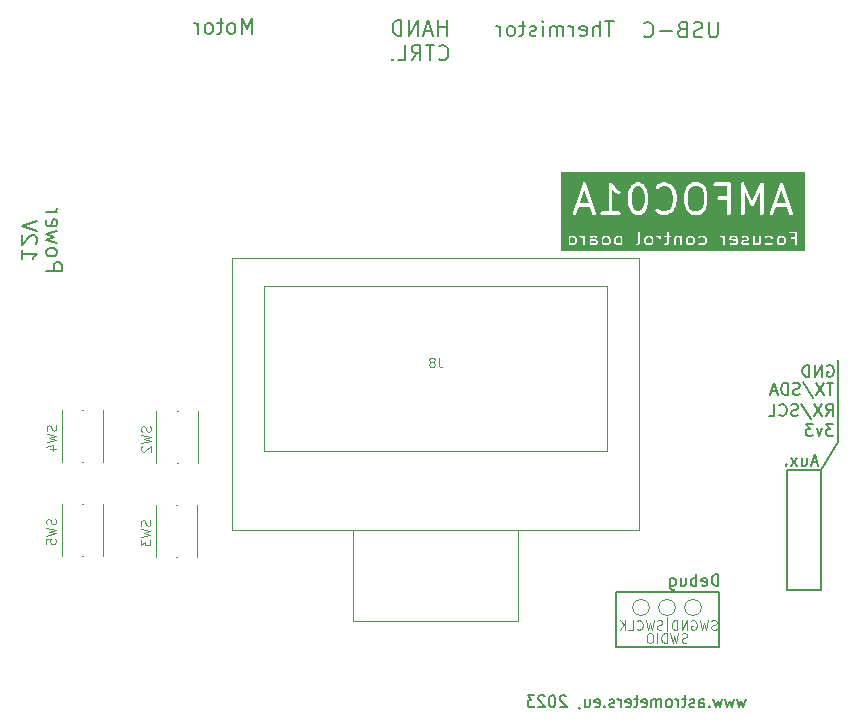
<source format=gbr>
%TF.GenerationSoftware,KiCad,Pcbnew,7.0.5.1-1-g8f565ef7f0-dirty-deb11*%
%TF.CreationDate,2023-07-02T23:47:22+00:00*%
%TF.ProjectId,AMFOC01,414d464f-4330-4312-9e6b-696361645f70,rev?*%
%TF.SameCoordinates,Original*%
%TF.FileFunction,Legend,Bot*%
%TF.FilePolarity,Positive*%
%FSLAX46Y46*%
G04 Gerber Fmt 4.6, Leading zero omitted, Abs format (unit mm)*
G04 Created by KiCad (PCBNEW 7.0.5.1-1-g8f565ef7f0-dirty-deb11) date 2023-07-02 23:47:22*
%MOMM*%
%LPD*%
G01*
G04 APERTURE LIST*
%ADD10C,0.080000*%
%ADD11C,0.150000*%
%ADD12C,0.300000*%
%ADD13C,0.100000*%
%ADD14C,0.200000*%
%ADD15C,0.120000*%
G04 APERTURE END LIST*
D10*
X55423800Y-51780000D02*
X55423800Y-52980000D01*
D11*
X51120000Y-49680000D02*
X59820000Y-49680000D01*
X59820000Y-54280000D01*
X51120000Y-54280000D01*
X51120000Y-49680000D01*
X65620000Y-39280000D02*
X68420000Y-39280000D01*
X68420000Y-49480000D01*
X65620000Y-49480000D01*
X65620000Y-39280000D01*
X69920000Y-36980000D02*
X68420000Y-39280000D01*
X69920000Y-29980000D02*
X69920000Y-36980000D01*
D12*
G36*
X48793552Y-16707816D02*
G01*
X48043114Y-16707816D01*
X48418333Y-15582157D01*
X48793552Y-16707816D01*
G37*
G36*
X65476885Y-16707816D02*
G01*
X64726447Y-16707816D01*
X65101666Y-15582157D01*
X65476885Y-16707816D01*
G37*
G36*
X53229477Y-15347760D02*
G01*
X53311720Y-15430003D01*
X53410137Y-15626837D01*
X53518332Y-16059614D01*
X53518332Y-16606018D01*
X53410138Y-17038793D01*
X53311720Y-17235629D01*
X53229478Y-17317871D01*
X53049588Y-17407816D01*
X52887075Y-17407816D01*
X52707185Y-17317871D01*
X52624943Y-17235629D01*
X52526527Y-17038795D01*
X52418332Y-16606018D01*
X52418332Y-16059615D01*
X52526526Y-15626838D01*
X52624944Y-15430003D01*
X52707186Y-15347760D01*
X52887076Y-15257816D01*
X53049589Y-15257816D01*
X53229477Y-15347760D01*
G37*
G36*
X58246144Y-15347760D02*
G01*
X58432887Y-15534503D01*
X58534999Y-15942947D01*
X58534999Y-16722684D01*
X58432887Y-17131128D01*
X58246145Y-17317871D01*
X58066255Y-17407816D01*
X57670409Y-17407816D01*
X57490519Y-17317871D01*
X57303776Y-17131128D01*
X57201666Y-16722685D01*
X57201666Y-15942947D01*
X57303776Y-15534504D01*
X57490519Y-15347761D01*
X57670410Y-15257816D01*
X58066256Y-15257816D01*
X58246144Y-15347760D01*
G37*
G36*
X67081667Y-18840000D02*
G01*
X46438334Y-18840000D01*
X46438334Y-17596410D01*
X47450171Y-17596410D01*
X47495086Y-17672187D01*
X47573840Y-17711653D01*
X47661426Y-17702276D01*
X47730041Y-17647034D01*
X47943114Y-17007816D01*
X48893552Y-17007816D01*
X49099517Y-17625712D01*
X49136960Y-17679588D01*
X49218358Y-17713261D01*
X49305040Y-17697582D01*
X49369484Y-17637528D01*
X49384123Y-17580065D01*
X49780257Y-17580065D01*
X49816850Y-17660192D01*
X49890955Y-17707816D01*
X50624268Y-17707816D01*
X50657248Y-17712558D01*
X50667631Y-17707816D01*
X51356567Y-17707816D01*
X51419519Y-17689332D01*
X51477204Y-17622759D01*
X51489741Y-17535567D01*
X51453148Y-17455440D01*
X51379043Y-17407816D01*
X50784999Y-17407816D01*
X50784999Y-16618134D01*
X52112128Y-16618134D01*
X52118332Y-16642949D01*
X52118332Y-16646051D01*
X52123550Y-16663825D01*
X52232997Y-17101609D01*
X52231138Y-17118838D01*
X52243472Y-17143506D01*
X52244709Y-17148454D01*
X52253079Y-17162722D01*
X52359090Y-17374744D01*
X52364455Y-17399405D01*
X52393666Y-17428616D01*
X52421832Y-17458896D01*
X52424672Y-17459622D01*
X52498967Y-17533917D01*
X52511856Y-17555617D01*
X52548815Y-17574096D01*
X52585101Y-17593910D01*
X52588023Y-17593700D01*
X52777362Y-17688370D01*
X52807621Y-17707816D01*
X52838272Y-17707816D01*
X52868447Y-17713246D01*
X52881539Y-17707816D01*
X53076923Y-17707816D01*
X53112687Y-17711677D01*
X53140102Y-17697969D01*
X53169519Y-17689332D01*
X53178800Y-17678620D01*
X53368593Y-17583724D01*
X53393254Y-17578360D01*
X53422465Y-17549148D01*
X53452745Y-17520983D01*
X53453471Y-17518142D01*
X53527766Y-17443847D01*
X53549466Y-17430959D01*
X53567945Y-17393999D01*
X53587759Y-17357714D01*
X53587549Y-17354791D01*
X53608280Y-17313330D01*
X54445730Y-17313330D01*
X54464455Y-17399405D01*
X54606553Y-17541503D01*
X54629114Y-17569525D01*
X54658196Y-17579219D01*
X54685101Y-17593910D01*
X54699236Y-17592899D01*
X55003056Y-17694171D01*
X55024288Y-17707816D01*
X55065611Y-17707816D01*
X55106926Y-17709310D01*
X55109447Y-17707816D01*
X55282860Y-17707816D01*
X55307315Y-17714046D01*
X55346502Y-17700983D01*
X55386185Y-17689332D01*
X55388104Y-17687116D01*
X55691433Y-17586007D01*
X55726587Y-17578360D01*
X55748261Y-17556685D01*
X55773436Y-17539190D01*
X55778853Y-17526093D01*
X55977766Y-17327180D01*
X55999466Y-17314292D01*
X56017945Y-17277332D01*
X56037759Y-17241047D01*
X56037549Y-17238124D01*
X56123881Y-17065460D01*
X56136504Y-17053592D01*
X56143192Y-17026839D01*
X56145475Y-17022274D01*
X56148407Y-17005978D01*
X56216201Y-16734801D01*
X56895462Y-16734801D01*
X56901666Y-16759616D01*
X56901666Y-16762718D01*
X56906884Y-16780491D01*
X57022244Y-17241930D01*
X57031122Y-17282738D01*
X57048678Y-17300294D01*
X57061242Y-17321709D01*
X57079185Y-17330801D01*
X57282301Y-17533917D01*
X57295190Y-17555617D01*
X57332149Y-17574096D01*
X57368435Y-17593910D01*
X57371357Y-17593700D01*
X57560696Y-17688370D01*
X57590955Y-17707816D01*
X57621606Y-17707816D01*
X57651781Y-17713246D01*
X57664873Y-17707816D01*
X58093590Y-17707816D01*
X58129354Y-17711677D01*
X58156769Y-17697969D01*
X58186186Y-17689332D01*
X58195467Y-17678620D01*
X58385259Y-17583725D01*
X58409922Y-17578360D01*
X58439144Y-17549137D01*
X58469412Y-17520983D01*
X58470138Y-17518143D01*
X58672768Y-17315511D01*
X58703171Y-17286925D01*
X58709192Y-17262839D01*
X58721092Y-17241047D01*
X58719656Y-17220982D01*
X58824532Y-16801480D01*
X58834999Y-16785194D01*
X58834999Y-16759614D01*
X58835751Y-16756607D01*
X58834999Y-16738101D01*
X58834999Y-15949169D01*
X58841203Y-15930831D01*
X58834999Y-15906015D01*
X58834999Y-15902915D01*
X58829781Y-15885145D01*
X58714419Y-15423699D01*
X58705542Y-15382894D01*
X58687986Y-15365338D01*
X58675422Y-15343922D01*
X58657476Y-15334828D01*
X58454362Y-15131714D01*
X58453383Y-15130065D01*
X59346924Y-15130065D01*
X59383517Y-15210192D01*
X59457622Y-15257816D01*
X60518332Y-15257816D01*
X60518332Y-16124483D01*
X59830098Y-16124483D01*
X59767146Y-16142967D01*
X59709461Y-16209540D01*
X59696924Y-16296732D01*
X59733517Y-16376859D01*
X59807622Y-16424483D01*
X60518332Y-16424483D01*
X60518332Y-17579384D01*
X60536816Y-17642336D01*
X60603389Y-17700021D01*
X60690581Y-17712558D01*
X60770708Y-17675965D01*
X60818332Y-17601860D01*
X60818332Y-16285213D01*
X60823074Y-16252234D01*
X60818332Y-16241850D01*
X60818332Y-15131337D01*
X61680446Y-15131337D01*
X61684999Y-15141093D01*
X61684999Y-17579384D01*
X61703483Y-17642336D01*
X61770056Y-17700021D01*
X61857248Y-17712558D01*
X61937375Y-17675965D01*
X61984999Y-17601860D01*
X61984999Y-15783950D01*
X62515210Y-16920117D01*
X62532679Y-16959216D01*
X62552538Y-16972211D01*
X62568231Y-16990023D01*
X62588637Y-16995832D01*
X62606390Y-17007449D01*
X62630125Y-17007644D01*
X62652952Y-17014143D01*
X62673256Y-17007999D01*
X62694474Y-17008174D01*
X62714546Y-16995506D01*
X62737266Y-16988632D01*
X62751028Y-16972482D01*
X62768968Y-16961161D01*
X62779004Y-16939653D01*
X62794401Y-16921587D01*
X62797247Y-16900562D01*
X63318332Y-15783950D01*
X63318332Y-17579384D01*
X63336816Y-17642336D01*
X63403389Y-17700021D01*
X63490581Y-17712558D01*
X63570708Y-17675965D01*
X63618332Y-17601860D01*
X63618332Y-17596410D01*
X64133504Y-17596410D01*
X64178419Y-17672187D01*
X64257173Y-17711653D01*
X64344759Y-17702276D01*
X64413374Y-17647034D01*
X64626447Y-17007816D01*
X65576885Y-17007816D01*
X65782850Y-17625712D01*
X65820293Y-17679588D01*
X65901691Y-17713261D01*
X65988373Y-17697582D01*
X66052817Y-17637528D01*
X66074563Y-17552166D01*
X65838522Y-16844043D01*
X65839741Y-16835567D01*
X65824767Y-16802780D01*
X65252549Y-15086125D01*
X65253161Y-15069222D01*
X65238888Y-15045142D01*
X65237148Y-15039921D01*
X65227941Y-15026673D01*
X65208246Y-14993445D01*
X65203032Y-14990832D01*
X65199705Y-14986044D01*
X65164024Y-14971284D01*
X65129493Y-14953979D01*
X65123692Y-14954599D01*
X65118307Y-14952372D01*
X65080315Y-14959243D01*
X65041906Y-14963356D01*
X65037363Y-14967012D01*
X65031625Y-14968051D01*
X65003368Y-14994382D01*
X64973291Y-15018598D01*
X64971447Y-15024129D01*
X64967182Y-15028104D01*
X64957650Y-15065520D01*
X64385454Y-16782108D01*
X64376127Y-16792873D01*
X64371773Y-16823150D01*
X64135876Y-17530843D01*
X64133504Y-17596410D01*
X63618332Y-17596410D01*
X63618332Y-15119167D01*
X63623252Y-15086841D01*
X63609408Y-15055855D01*
X63599848Y-15023296D01*
X63591711Y-15016245D01*
X63587319Y-15006415D01*
X63558918Y-14987830D01*
X63533275Y-14965611D01*
X63522620Y-14964079D01*
X63513609Y-14958182D01*
X63479667Y-14957903D01*
X63446083Y-14953074D01*
X63436289Y-14957546D01*
X63425524Y-14957458D01*
X63396827Y-14975568D01*
X63365956Y-14989667D01*
X63360134Y-14998724D01*
X63351030Y-15004471D01*
X63336678Y-15035223D01*
X63318332Y-15063772D01*
X63318332Y-15074538D01*
X62651666Y-16503110D01*
X61975726Y-15054669D01*
X61966515Y-15023296D01*
X61940868Y-15001073D01*
X61918434Y-14975609D01*
X61908077Y-14972660D01*
X61899942Y-14965611D01*
X61866351Y-14960781D01*
X61833713Y-14951489D01*
X61823409Y-14954606D01*
X61812750Y-14953074D01*
X61781878Y-14967172D01*
X61749399Y-14977000D01*
X61742415Y-14985194D01*
X61732623Y-14989667D01*
X61714277Y-15018212D01*
X61692264Y-15044045D01*
X61690819Y-15054715D01*
X61684999Y-15063772D01*
X61684999Y-15097706D01*
X61680446Y-15131337D01*
X60818332Y-15131337D01*
X60818332Y-15118546D01*
X60823074Y-15085567D01*
X60809233Y-15055260D01*
X60799848Y-15023296D01*
X60791222Y-15015821D01*
X60786481Y-15005440D01*
X60758453Y-14987427D01*
X60733275Y-14965611D01*
X60721977Y-14963986D01*
X60712376Y-14957816D01*
X60679063Y-14957816D01*
X60646083Y-14953074D01*
X60635700Y-14957816D01*
X59480098Y-14957816D01*
X59417146Y-14976300D01*
X59359461Y-15042873D01*
X59346924Y-15130065D01*
X58453383Y-15130065D01*
X58441475Y-15110016D01*
X58404523Y-15091540D01*
X58368230Y-15071722D01*
X58365305Y-15071931D01*
X58175975Y-14977266D01*
X58145710Y-14957816D01*
X58115057Y-14957816D01*
X58084885Y-14952386D01*
X58071793Y-14957816D01*
X57643074Y-14957816D01*
X57607310Y-14953955D01*
X57579893Y-14967663D01*
X57550479Y-14976300D01*
X57541197Y-14987011D01*
X57351406Y-15081908D01*
X57326744Y-15087273D01*
X57297521Y-15116495D01*
X57267253Y-15144650D01*
X57266526Y-15147489D01*
X57063898Y-15350117D01*
X57033493Y-15378707D01*
X57027472Y-15402790D01*
X57015572Y-15424584D01*
X57017007Y-15444650D01*
X56912132Y-15864152D01*
X56901666Y-15880439D01*
X56901666Y-15906018D01*
X56900914Y-15909027D01*
X56901666Y-15927532D01*
X56901666Y-16716462D01*
X56895462Y-16734801D01*
X56216201Y-16734801D01*
X56257865Y-16568145D01*
X56268332Y-16551860D01*
X56268332Y-16526280D01*
X56269084Y-16523273D01*
X56268332Y-16504767D01*
X56268332Y-16182502D01*
X56274536Y-16164164D01*
X56268332Y-16139348D01*
X56268332Y-16136248D01*
X56263114Y-16118478D01*
X56153666Y-15680689D01*
X56155526Y-15663463D01*
X56143192Y-15638796D01*
X56141955Y-15633845D01*
X56133578Y-15619567D01*
X56027572Y-15407552D01*
X56022208Y-15382893D01*
X55992993Y-15353678D01*
X55964832Y-15323404D01*
X55961992Y-15322677D01*
X55763441Y-15124127D01*
X55740883Y-15096108D01*
X55711802Y-15086414D01*
X55684896Y-15071722D01*
X55670758Y-15072733D01*
X55366940Y-14971460D01*
X55345709Y-14957816D01*
X55304396Y-14957816D01*
X55263071Y-14956321D01*
X55260549Y-14957816D01*
X55087136Y-14957816D01*
X55062681Y-14951586D01*
X55023489Y-14964649D01*
X54983812Y-14976300D01*
X54981892Y-14978515D01*
X54678562Y-15079625D01*
X54643410Y-15087273D01*
X54621734Y-15108948D01*
X54596560Y-15126444D01*
X54591142Y-15139540D01*
X54480348Y-15250335D01*
X54448904Y-15307919D01*
X54455189Y-15395782D01*
X54507978Y-15466302D01*
X54590512Y-15497085D01*
X54676587Y-15478360D01*
X54799360Y-15355586D01*
X55092673Y-15257816D01*
X55277324Y-15257816D01*
X55570637Y-15355587D01*
X55761721Y-15546670D01*
X55860136Y-15743503D01*
X55968332Y-16176280D01*
X55968332Y-16489350D01*
X55860137Y-16922127D01*
X55761720Y-17118963D01*
X55570637Y-17310045D01*
X55277324Y-17407816D01*
X55092675Y-17407816D01*
X54799358Y-17310044D01*
X54692480Y-17203166D01*
X54634896Y-17171722D01*
X54547033Y-17178007D01*
X54476513Y-17230796D01*
X54445730Y-17313330D01*
X53608280Y-17313330D01*
X53673881Y-17182127D01*
X53686504Y-17170259D01*
X53693192Y-17143506D01*
X53695475Y-17138941D01*
X53698407Y-17122645D01*
X53807865Y-16684812D01*
X53818332Y-16668527D01*
X53818332Y-16642947D01*
X53819084Y-16639940D01*
X53818332Y-16621434D01*
X53818332Y-16065836D01*
X53824536Y-16047498D01*
X53818332Y-16022682D01*
X53818332Y-16019582D01*
X53813114Y-16001812D01*
X53703666Y-15564022D01*
X53705526Y-15546795D01*
X53693191Y-15522126D01*
X53691955Y-15517179D01*
X53683583Y-15502909D01*
X53577573Y-15290888D01*
X53572209Y-15266228D01*
X53542997Y-15237016D01*
X53514832Y-15206737D01*
X53511991Y-15206010D01*
X53437695Y-15131714D01*
X53424808Y-15110016D01*
X53387856Y-15091540D01*
X53351563Y-15071722D01*
X53348638Y-15071931D01*
X53159308Y-14977266D01*
X53129043Y-14957816D01*
X53098390Y-14957816D01*
X53068218Y-14952386D01*
X53055126Y-14957816D01*
X52859740Y-14957816D01*
X52823976Y-14953955D01*
X52796559Y-14967663D01*
X52767145Y-14976300D01*
X52757863Y-14987011D01*
X52568073Y-15081907D01*
X52543410Y-15087273D01*
X52514189Y-15116493D01*
X52483919Y-15144650D01*
X52483192Y-15147490D01*
X52408897Y-15221785D01*
X52387198Y-15234674D01*
X52368722Y-15271625D01*
X52348904Y-15307919D01*
X52349113Y-15310843D01*
X52262782Y-15483505D01*
X52250160Y-15495374D01*
X52243472Y-15522126D01*
X52241189Y-15526692D01*
X52238256Y-15542987D01*
X52128798Y-15980819D01*
X52118332Y-15997106D01*
X52118332Y-16022685D01*
X52117580Y-16025694D01*
X52118332Y-16044199D01*
X52118332Y-16599795D01*
X52112128Y-16618134D01*
X50784999Y-16618134D01*
X50784999Y-15586614D01*
X50982301Y-15783917D01*
X50995190Y-15805617D01*
X51032149Y-15824096D01*
X51068435Y-15843910D01*
X51071357Y-15843700D01*
X51287208Y-15951626D01*
X51351781Y-15963246D01*
X51433148Y-15929499D01*
X51483355Y-15857118D01*
X51486459Y-15769086D01*
X51441475Y-15693349D01*
X51190518Y-15567871D01*
X50984901Y-15362253D01*
X50772484Y-15043627D01*
X50766515Y-15023296D01*
X50748556Y-15007734D01*
X50747843Y-15006665D01*
X50732251Y-14993606D01*
X50699942Y-14965611D01*
X50698592Y-14965416D01*
X50697544Y-14964539D01*
X50655077Y-14959160D01*
X50612750Y-14953074D01*
X50611507Y-14953641D01*
X50610154Y-14953470D01*
X50571547Y-14971890D01*
X50532623Y-14989667D01*
X50531885Y-14990815D01*
X50530651Y-14991404D01*
X50508106Y-15027816D01*
X50484999Y-15063772D01*
X50484999Y-15065136D01*
X50484280Y-15066298D01*
X50484999Y-15109086D01*
X50484999Y-17407816D01*
X49913431Y-17407816D01*
X49850479Y-17426300D01*
X49792794Y-17492873D01*
X49780257Y-17580065D01*
X49384123Y-17580065D01*
X49391230Y-17552166D01*
X49155189Y-16844043D01*
X49156408Y-16835567D01*
X49141434Y-16802780D01*
X48569216Y-15086125D01*
X48569828Y-15069222D01*
X48555555Y-15045142D01*
X48553815Y-15039921D01*
X48544608Y-15026673D01*
X48524913Y-14993445D01*
X48519699Y-14990832D01*
X48516372Y-14986044D01*
X48480691Y-14971284D01*
X48446160Y-14953979D01*
X48440359Y-14954599D01*
X48434974Y-14952372D01*
X48396982Y-14959243D01*
X48358573Y-14963356D01*
X48354030Y-14967012D01*
X48348292Y-14968051D01*
X48320035Y-14994382D01*
X48289958Y-15018598D01*
X48288114Y-15024129D01*
X48283849Y-15028104D01*
X48274317Y-15065520D01*
X47702121Y-16782108D01*
X47692794Y-16792873D01*
X47688440Y-16823150D01*
X47452543Y-17530843D01*
X47450171Y-17596410D01*
X46438334Y-17596410D01*
X46438334Y-14040000D01*
X67081667Y-14040000D01*
X67081667Y-18840000D01*
G37*
D11*
X69510475Y-31934819D02*
X68939047Y-31934819D01*
X69224761Y-32934819D02*
X69224761Y-31934819D01*
X68700951Y-31934819D02*
X68034285Y-32934819D01*
X68034285Y-31934819D02*
X68700951Y-32934819D01*
X66939047Y-31887200D02*
X67796189Y-33172914D01*
X66653332Y-32887200D02*
X66510475Y-32934819D01*
X66510475Y-32934819D02*
X66272380Y-32934819D01*
X66272380Y-32934819D02*
X66177142Y-32887200D01*
X66177142Y-32887200D02*
X66129523Y-32839580D01*
X66129523Y-32839580D02*
X66081904Y-32744342D01*
X66081904Y-32744342D02*
X66081904Y-32649104D01*
X66081904Y-32649104D02*
X66129523Y-32553866D01*
X66129523Y-32553866D02*
X66177142Y-32506247D01*
X66177142Y-32506247D02*
X66272380Y-32458628D01*
X66272380Y-32458628D02*
X66462856Y-32411009D01*
X66462856Y-32411009D02*
X66558094Y-32363390D01*
X66558094Y-32363390D02*
X66605713Y-32315771D01*
X66605713Y-32315771D02*
X66653332Y-32220533D01*
X66653332Y-32220533D02*
X66653332Y-32125295D01*
X66653332Y-32125295D02*
X66605713Y-32030057D01*
X66605713Y-32030057D02*
X66558094Y-31982438D01*
X66558094Y-31982438D02*
X66462856Y-31934819D01*
X66462856Y-31934819D02*
X66224761Y-31934819D01*
X66224761Y-31934819D02*
X66081904Y-31982438D01*
X65653332Y-32934819D02*
X65653332Y-31934819D01*
X65653332Y-31934819D02*
X65415237Y-31934819D01*
X65415237Y-31934819D02*
X65272380Y-31982438D01*
X65272380Y-31982438D02*
X65177142Y-32077676D01*
X65177142Y-32077676D02*
X65129523Y-32172914D01*
X65129523Y-32172914D02*
X65081904Y-32363390D01*
X65081904Y-32363390D02*
X65081904Y-32506247D01*
X65081904Y-32506247D02*
X65129523Y-32696723D01*
X65129523Y-32696723D02*
X65177142Y-32791961D01*
X65177142Y-32791961D02*
X65272380Y-32887200D01*
X65272380Y-32887200D02*
X65415237Y-32934819D01*
X65415237Y-32934819D02*
X65653332Y-32934819D01*
X64700951Y-32649104D02*
X64224761Y-32649104D01*
X64796189Y-32934819D02*
X64462856Y-31934819D01*
X64462856Y-31934819D02*
X64129523Y-32934819D01*
X68981904Y-30482438D02*
X69077142Y-30434819D01*
X69077142Y-30434819D02*
X69219999Y-30434819D01*
X69219999Y-30434819D02*
X69362856Y-30482438D01*
X69362856Y-30482438D02*
X69458094Y-30577676D01*
X69458094Y-30577676D02*
X69505713Y-30672914D01*
X69505713Y-30672914D02*
X69553332Y-30863390D01*
X69553332Y-30863390D02*
X69553332Y-31006247D01*
X69553332Y-31006247D02*
X69505713Y-31196723D01*
X69505713Y-31196723D02*
X69458094Y-31291961D01*
X69458094Y-31291961D02*
X69362856Y-31387200D01*
X69362856Y-31387200D02*
X69219999Y-31434819D01*
X69219999Y-31434819D02*
X69124761Y-31434819D01*
X69124761Y-31434819D02*
X68981904Y-31387200D01*
X68981904Y-31387200D02*
X68934285Y-31339580D01*
X68934285Y-31339580D02*
X68934285Y-31006247D01*
X68934285Y-31006247D02*
X69124761Y-31006247D01*
X68505713Y-31434819D02*
X68505713Y-30434819D01*
X68505713Y-30434819D02*
X67934285Y-31434819D01*
X67934285Y-31434819D02*
X67934285Y-30434819D01*
X67458094Y-31434819D02*
X67458094Y-30434819D01*
X67458094Y-30434819D02*
X67219999Y-30434819D01*
X67219999Y-30434819D02*
X67077142Y-30482438D01*
X67077142Y-30482438D02*
X66981904Y-30577676D01*
X66981904Y-30577676D02*
X66934285Y-30672914D01*
X66934285Y-30672914D02*
X66886666Y-30863390D01*
X66886666Y-30863390D02*
X66886666Y-31006247D01*
X66886666Y-31006247D02*
X66934285Y-31196723D01*
X66934285Y-31196723D02*
X66981904Y-31291961D01*
X66981904Y-31291961D02*
X67077142Y-31387200D01*
X67077142Y-31387200D02*
X67219999Y-31434819D01*
X67219999Y-31434819D02*
X67458094Y-31434819D01*
D13*
X55029524Y-52806800D02*
X54915238Y-52844895D01*
X54915238Y-52844895D02*
X54724762Y-52844895D01*
X54724762Y-52844895D02*
X54648571Y-52806800D01*
X54648571Y-52806800D02*
X54610476Y-52768704D01*
X54610476Y-52768704D02*
X54572381Y-52692514D01*
X54572381Y-52692514D02*
X54572381Y-52616323D01*
X54572381Y-52616323D02*
X54610476Y-52540133D01*
X54610476Y-52540133D02*
X54648571Y-52502038D01*
X54648571Y-52502038D02*
X54724762Y-52463942D01*
X54724762Y-52463942D02*
X54877143Y-52425847D01*
X54877143Y-52425847D02*
X54953333Y-52387752D01*
X54953333Y-52387752D02*
X54991428Y-52349657D01*
X54991428Y-52349657D02*
X55029524Y-52273466D01*
X55029524Y-52273466D02*
X55029524Y-52197276D01*
X55029524Y-52197276D02*
X54991428Y-52121085D01*
X54991428Y-52121085D02*
X54953333Y-52082990D01*
X54953333Y-52082990D02*
X54877143Y-52044895D01*
X54877143Y-52044895D02*
X54686666Y-52044895D01*
X54686666Y-52044895D02*
X54572381Y-52082990D01*
X54305714Y-52044895D02*
X54115238Y-52844895D01*
X54115238Y-52844895D02*
X53962857Y-52273466D01*
X53962857Y-52273466D02*
X53810476Y-52844895D01*
X53810476Y-52844895D02*
X53620000Y-52044895D01*
X52858094Y-52768704D02*
X52896190Y-52806800D01*
X52896190Y-52806800D02*
X53010475Y-52844895D01*
X53010475Y-52844895D02*
X53086666Y-52844895D01*
X53086666Y-52844895D02*
X53200952Y-52806800D01*
X53200952Y-52806800D02*
X53277142Y-52730609D01*
X53277142Y-52730609D02*
X53315237Y-52654419D01*
X53315237Y-52654419D02*
X53353333Y-52502038D01*
X53353333Y-52502038D02*
X53353333Y-52387752D01*
X53353333Y-52387752D02*
X53315237Y-52235371D01*
X53315237Y-52235371D02*
X53277142Y-52159180D01*
X53277142Y-52159180D02*
X53200952Y-52082990D01*
X53200952Y-52082990D02*
X53086666Y-52044895D01*
X53086666Y-52044895D02*
X53010475Y-52044895D01*
X53010475Y-52044895D02*
X52896190Y-52082990D01*
X52896190Y-52082990D02*
X52858094Y-52121085D01*
X52134285Y-52844895D02*
X52515237Y-52844895D01*
X52515237Y-52844895D02*
X52515237Y-52044895D01*
X51867618Y-52844895D02*
X51867618Y-52044895D01*
X51410475Y-52844895D02*
X51753333Y-52387752D01*
X51410475Y-52044895D02*
X51867618Y-52502038D01*
D14*
X20303332Y-2371004D02*
X20303332Y-1071004D01*
X20303332Y-1071004D02*
X19869998Y-1999576D01*
X19869998Y-1999576D02*
X19436665Y-1071004D01*
X19436665Y-1071004D02*
X19436665Y-2371004D01*
X18631903Y-2371004D02*
X18755713Y-2309100D01*
X18755713Y-2309100D02*
X18817618Y-2247195D01*
X18817618Y-2247195D02*
X18879522Y-2123385D01*
X18879522Y-2123385D02*
X18879522Y-1751957D01*
X18879522Y-1751957D02*
X18817618Y-1628147D01*
X18817618Y-1628147D02*
X18755713Y-1566242D01*
X18755713Y-1566242D02*
X18631903Y-1504338D01*
X18631903Y-1504338D02*
X18446189Y-1504338D01*
X18446189Y-1504338D02*
X18322380Y-1566242D01*
X18322380Y-1566242D02*
X18260475Y-1628147D01*
X18260475Y-1628147D02*
X18198570Y-1751957D01*
X18198570Y-1751957D02*
X18198570Y-2123385D01*
X18198570Y-2123385D02*
X18260475Y-2247195D01*
X18260475Y-2247195D02*
X18322380Y-2309100D01*
X18322380Y-2309100D02*
X18446189Y-2371004D01*
X18446189Y-2371004D02*
X18631903Y-2371004D01*
X17827142Y-1504338D02*
X17331904Y-1504338D01*
X17641428Y-1071004D02*
X17641428Y-2185290D01*
X17641428Y-2185290D02*
X17579523Y-2309100D01*
X17579523Y-2309100D02*
X17455713Y-2371004D01*
X17455713Y-2371004D02*
X17331904Y-2371004D01*
X16712856Y-2371004D02*
X16836666Y-2309100D01*
X16836666Y-2309100D02*
X16898571Y-2247195D01*
X16898571Y-2247195D02*
X16960475Y-2123385D01*
X16960475Y-2123385D02*
X16960475Y-1751957D01*
X16960475Y-1751957D02*
X16898571Y-1628147D01*
X16898571Y-1628147D02*
X16836666Y-1566242D01*
X16836666Y-1566242D02*
X16712856Y-1504338D01*
X16712856Y-1504338D02*
X16527142Y-1504338D01*
X16527142Y-1504338D02*
X16403333Y-1566242D01*
X16403333Y-1566242D02*
X16341428Y-1628147D01*
X16341428Y-1628147D02*
X16279523Y-1751957D01*
X16279523Y-1751957D02*
X16279523Y-2123385D01*
X16279523Y-2123385D02*
X16341428Y-2247195D01*
X16341428Y-2247195D02*
X16403333Y-2309100D01*
X16403333Y-2309100D02*
X16527142Y-2371004D01*
X16527142Y-2371004D02*
X16712856Y-2371004D01*
X15722381Y-2371004D02*
X15722381Y-1504338D01*
X15722381Y-1751957D02*
X15660476Y-1628147D01*
X15660476Y-1628147D02*
X15598571Y-1566242D01*
X15598571Y-1566242D02*
X15474762Y-1504338D01*
X15474762Y-1504338D02*
X15350952Y-1504338D01*
D11*
X68891428Y-34734819D02*
X69224761Y-34258628D01*
X69462856Y-34734819D02*
X69462856Y-33734819D01*
X69462856Y-33734819D02*
X69081904Y-33734819D01*
X69081904Y-33734819D02*
X68986666Y-33782438D01*
X68986666Y-33782438D02*
X68939047Y-33830057D01*
X68939047Y-33830057D02*
X68891428Y-33925295D01*
X68891428Y-33925295D02*
X68891428Y-34068152D01*
X68891428Y-34068152D02*
X68939047Y-34163390D01*
X68939047Y-34163390D02*
X68986666Y-34211009D01*
X68986666Y-34211009D02*
X69081904Y-34258628D01*
X69081904Y-34258628D02*
X69462856Y-34258628D01*
X68558094Y-33734819D02*
X67891428Y-34734819D01*
X67891428Y-33734819D02*
X68558094Y-34734819D01*
X66796190Y-33687200D02*
X67653332Y-34972914D01*
X66510475Y-34687200D02*
X66367618Y-34734819D01*
X66367618Y-34734819D02*
X66129523Y-34734819D01*
X66129523Y-34734819D02*
X66034285Y-34687200D01*
X66034285Y-34687200D02*
X65986666Y-34639580D01*
X65986666Y-34639580D02*
X65939047Y-34544342D01*
X65939047Y-34544342D02*
X65939047Y-34449104D01*
X65939047Y-34449104D02*
X65986666Y-34353866D01*
X65986666Y-34353866D02*
X66034285Y-34306247D01*
X66034285Y-34306247D02*
X66129523Y-34258628D01*
X66129523Y-34258628D02*
X66319999Y-34211009D01*
X66319999Y-34211009D02*
X66415237Y-34163390D01*
X66415237Y-34163390D02*
X66462856Y-34115771D01*
X66462856Y-34115771D02*
X66510475Y-34020533D01*
X66510475Y-34020533D02*
X66510475Y-33925295D01*
X66510475Y-33925295D02*
X66462856Y-33830057D01*
X66462856Y-33830057D02*
X66415237Y-33782438D01*
X66415237Y-33782438D02*
X66319999Y-33734819D01*
X66319999Y-33734819D02*
X66081904Y-33734819D01*
X66081904Y-33734819D02*
X65939047Y-33782438D01*
X64939047Y-34639580D02*
X64986666Y-34687200D01*
X64986666Y-34687200D02*
X65129523Y-34734819D01*
X65129523Y-34734819D02*
X65224761Y-34734819D01*
X65224761Y-34734819D02*
X65367618Y-34687200D01*
X65367618Y-34687200D02*
X65462856Y-34591961D01*
X65462856Y-34591961D02*
X65510475Y-34496723D01*
X65510475Y-34496723D02*
X65558094Y-34306247D01*
X65558094Y-34306247D02*
X65558094Y-34163390D01*
X65558094Y-34163390D02*
X65510475Y-33972914D01*
X65510475Y-33972914D02*
X65462856Y-33877676D01*
X65462856Y-33877676D02*
X65367618Y-33782438D01*
X65367618Y-33782438D02*
X65224761Y-33734819D01*
X65224761Y-33734819D02*
X65129523Y-33734819D01*
X65129523Y-33734819D02*
X64986666Y-33782438D01*
X64986666Y-33782438D02*
X64939047Y-33830057D01*
X64034285Y-34734819D02*
X64510475Y-34734819D01*
X64510475Y-34734819D02*
X64510475Y-33734819D01*
D13*
X59624762Y-52806800D02*
X59510476Y-52844895D01*
X59510476Y-52844895D02*
X59320000Y-52844895D01*
X59320000Y-52844895D02*
X59243809Y-52806800D01*
X59243809Y-52806800D02*
X59205714Y-52768704D01*
X59205714Y-52768704D02*
X59167619Y-52692514D01*
X59167619Y-52692514D02*
X59167619Y-52616323D01*
X59167619Y-52616323D02*
X59205714Y-52540133D01*
X59205714Y-52540133D02*
X59243809Y-52502038D01*
X59243809Y-52502038D02*
X59320000Y-52463942D01*
X59320000Y-52463942D02*
X59472381Y-52425847D01*
X59472381Y-52425847D02*
X59548571Y-52387752D01*
X59548571Y-52387752D02*
X59586666Y-52349657D01*
X59586666Y-52349657D02*
X59624762Y-52273466D01*
X59624762Y-52273466D02*
X59624762Y-52197276D01*
X59624762Y-52197276D02*
X59586666Y-52121085D01*
X59586666Y-52121085D02*
X59548571Y-52082990D01*
X59548571Y-52082990D02*
X59472381Y-52044895D01*
X59472381Y-52044895D02*
X59281904Y-52044895D01*
X59281904Y-52044895D02*
X59167619Y-52082990D01*
X58900952Y-52044895D02*
X58710476Y-52844895D01*
X58710476Y-52844895D02*
X58558095Y-52273466D01*
X58558095Y-52273466D02*
X58405714Y-52844895D01*
X58405714Y-52844895D02*
X58215238Y-52044895D01*
X57491428Y-52082990D02*
X57567618Y-52044895D01*
X57567618Y-52044895D02*
X57681904Y-52044895D01*
X57681904Y-52044895D02*
X57796190Y-52082990D01*
X57796190Y-52082990D02*
X57872380Y-52159180D01*
X57872380Y-52159180D02*
X57910475Y-52235371D01*
X57910475Y-52235371D02*
X57948571Y-52387752D01*
X57948571Y-52387752D02*
X57948571Y-52502038D01*
X57948571Y-52502038D02*
X57910475Y-52654419D01*
X57910475Y-52654419D02*
X57872380Y-52730609D01*
X57872380Y-52730609D02*
X57796190Y-52806800D01*
X57796190Y-52806800D02*
X57681904Y-52844895D01*
X57681904Y-52844895D02*
X57605713Y-52844895D01*
X57605713Y-52844895D02*
X57491428Y-52806800D01*
X57491428Y-52806800D02*
X57453332Y-52768704D01*
X57453332Y-52768704D02*
X57453332Y-52502038D01*
X57453332Y-52502038D02*
X57605713Y-52502038D01*
X57110475Y-52844895D02*
X57110475Y-52044895D01*
X57110475Y-52044895D02*
X56653332Y-52844895D01*
X56653332Y-52844895D02*
X56653332Y-52044895D01*
X56272380Y-52844895D02*
X56272380Y-52044895D01*
X56272380Y-52044895D02*
X56081904Y-52044895D01*
X56081904Y-52044895D02*
X55967618Y-52082990D01*
X55967618Y-52082990D02*
X55891428Y-52159180D01*
X55891428Y-52159180D02*
X55853333Y-52235371D01*
X55853333Y-52235371D02*
X55815237Y-52387752D01*
X55815237Y-52387752D02*
X55815237Y-52502038D01*
X55815237Y-52502038D02*
X55853333Y-52654419D01*
X55853333Y-52654419D02*
X55891428Y-52730609D01*
X55891428Y-52730609D02*
X55967618Y-52806800D01*
X55967618Y-52806800D02*
X56081904Y-52844895D01*
X56081904Y-52844895D02*
X56272380Y-52844895D01*
D11*
X68153332Y-38649104D02*
X67677142Y-38649104D01*
X68248570Y-38934819D02*
X67915237Y-37934819D01*
X67915237Y-37934819D02*
X67581904Y-38934819D01*
X66819999Y-38268152D02*
X66819999Y-38934819D01*
X67248570Y-38268152D02*
X67248570Y-38791961D01*
X67248570Y-38791961D02*
X67200951Y-38887200D01*
X67200951Y-38887200D02*
X67105713Y-38934819D01*
X67105713Y-38934819D02*
X66962856Y-38934819D01*
X66962856Y-38934819D02*
X66867618Y-38887200D01*
X66867618Y-38887200D02*
X66819999Y-38839580D01*
X66439046Y-38934819D02*
X65915237Y-38268152D01*
X66439046Y-38268152D02*
X65915237Y-38934819D01*
X65534284Y-38839580D02*
X65486665Y-38887200D01*
X65486665Y-38887200D02*
X65534284Y-38934819D01*
X65534284Y-38934819D02*
X65581903Y-38887200D01*
X65581903Y-38887200D02*
X65534284Y-38839580D01*
X65534284Y-38839580D02*
X65534284Y-38934819D01*
X62071191Y-58718152D02*
X61890239Y-59384819D01*
X61890239Y-59384819D02*
X61709286Y-58908628D01*
X61709286Y-58908628D02*
X61528334Y-59384819D01*
X61528334Y-59384819D02*
X61347382Y-58718152D01*
X61075953Y-58718152D02*
X60895001Y-59384819D01*
X60895001Y-59384819D02*
X60714048Y-58908628D01*
X60714048Y-58908628D02*
X60533096Y-59384819D01*
X60533096Y-59384819D02*
X60352144Y-58718152D01*
X60080715Y-58718152D02*
X59899763Y-59384819D01*
X59899763Y-59384819D02*
X59718810Y-58908628D01*
X59718810Y-58908628D02*
X59537858Y-59384819D01*
X59537858Y-59384819D02*
X59356906Y-58718152D01*
X58995001Y-59289580D02*
X58949763Y-59337200D01*
X58949763Y-59337200D02*
X58995001Y-59384819D01*
X58995001Y-59384819D02*
X59040239Y-59337200D01*
X59040239Y-59337200D02*
X58995001Y-59289580D01*
X58995001Y-59289580D02*
X58995001Y-59384819D01*
X58135477Y-59384819D02*
X58135477Y-58861009D01*
X58135477Y-58861009D02*
X58180715Y-58765771D01*
X58180715Y-58765771D02*
X58271191Y-58718152D01*
X58271191Y-58718152D02*
X58452144Y-58718152D01*
X58452144Y-58718152D02*
X58542620Y-58765771D01*
X58135477Y-59337200D02*
X58225953Y-59384819D01*
X58225953Y-59384819D02*
X58452144Y-59384819D01*
X58452144Y-59384819D02*
X58542620Y-59337200D01*
X58542620Y-59337200D02*
X58587858Y-59241961D01*
X58587858Y-59241961D02*
X58587858Y-59146723D01*
X58587858Y-59146723D02*
X58542620Y-59051485D01*
X58542620Y-59051485D02*
X58452144Y-59003866D01*
X58452144Y-59003866D02*
X58225953Y-59003866D01*
X58225953Y-59003866D02*
X58135477Y-58956247D01*
X57728334Y-59337200D02*
X57637858Y-59384819D01*
X57637858Y-59384819D02*
X57456906Y-59384819D01*
X57456906Y-59384819D02*
X57366429Y-59337200D01*
X57366429Y-59337200D02*
X57321191Y-59241961D01*
X57321191Y-59241961D02*
X57321191Y-59194342D01*
X57321191Y-59194342D02*
X57366429Y-59099104D01*
X57366429Y-59099104D02*
X57456906Y-59051485D01*
X57456906Y-59051485D02*
X57592620Y-59051485D01*
X57592620Y-59051485D02*
X57683096Y-59003866D01*
X57683096Y-59003866D02*
X57728334Y-58908628D01*
X57728334Y-58908628D02*
X57728334Y-58861009D01*
X57728334Y-58861009D02*
X57683096Y-58765771D01*
X57683096Y-58765771D02*
X57592620Y-58718152D01*
X57592620Y-58718152D02*
X57456906Y-58718152D01*
X57456906Y-58718152D02*
X57366429Y-58765771D01*
X57049762Y-58718152D02*
X56687858Y-58718152D01*
X56914048Y-58384819D02*
X56914048Y-59241961D01*
X56914048Y-59241961D02*
X56868810Y-59337200D01*
X56868810Y-59337200D02*
X56778334Y-59384819D01*
X56778334Y-59384819D02*
X56687858Y-59384819D01*
X56371191Y-59384819D02*
X56371191Y-58718152D01*
X56371191Y-58908628D02*
X56325953Y-58813390D01*
X56325953Y-58813390D02*
X56280715Y-58765771D01*
X56280715Y-58765771D02*
X56190239Y-58718152D01*
X56190239Y-58718152D02*
X56099762Y-58718152D01*
X55647382Y-59384819D02*
X55737858Y-59337200D01*
X55737858Y-59337200D02*
X55783096Y-59289580D01*
X55783096Y-59289580D02*
X55828334Y-59194342D01*
X55828334Y-59194342D02*
X55828334Y-58908628D01*
X55828334Y-58908628D02*
X55783096Y-58813390D01*
X55783096Y-58813390D02*
X55737858Y-58765771D01*
X55737858Y-58765771D02*
X55647382Y-58718152D01*
X55647382Y-58718152D02*
X55511667Y-58718152D01*
X55511667Y-58718152D02*
X55421191Y-58765771D01*
X55421191Y-58765771D02*
X55375953Y-58813390D01*
X55375953Y-58813390D02*
X55330715Y-58908628D01*
X55330715Y-58908628D02*
X55330715Y-59194342D01*
X55330715Y-59194342D02*
X55375953Y-59289580D01*
X55375953Y-59289580D02*
X55421191Y-59337200D01*
X55421191Y-59337200D02*
X55511667Y-59384819D01*
X55511667Y-59384819D02*
X55647382Y-59384819D01*
X54923572Y-59384819D02*
X54923572Y-58718152D01*
X54923572Y-58813390D02*
X54878334Y-58765771D01*
X54878334Y-58765771D02*
X54787858Y-58718152D01*
X54787858Y-58718152D02*
X54652143Y-58718152D01*
X54652143Y-58718152D02*
X54561667Y-58765771D01*
X54561667Y-58765771D02*
X54516429Y-58861009D01*
X54516429Y-58861009D02*
X54516429Y-59384819D01*
X54516429Y-58861009D02*
X54471191Y-58765771D01*
X54471191Y-58765771D02*
X54380715Y-58718152D01*
X54380715Y-58718152D02*
X54245001Y-58718152D01*
X54245001Y-58718152D02*
X54154524Y-58765771D01*
X54154524Y-58765771D02*
X54109286Y-58861009D01*
X54109286Y-58861009D02*
X54109286Y-59384819D01*
X53295000Y-59337200D02*
X53385476Y-59384819D01*
X53385476Y-59384819D02*
X53566429Y-59384819D01*
X53566429Y-59384819D02*
X53656905Y-59337200D01*
X53656905Y-59337200D02*
X53702143Y-59241961D01*
X53702143Y-59241961D02*
X53702143Y-58861009D01*
X53702143Y-58861009D02*
X53656905Y-58765771D01*
X53656905Y-58765771D02*
X53566429Y-58718152D01*
X53566429Y-58718152D02*
X53385476Y-58718152D01*
X53385476Y-58718152D02*
X53295000Y-58765771D01*
X53295000Y-58765771D02*
X53249762Y-58861009D01*
X53249762Y-58861009D02*
X53249762Y-58956247D01*
X53249762Y-58956247D02*
X53702143Y-59051485D01*
X52978333Y-58718152D02*
X52616429Y-58718152D01*
X52842619Y-58384819D02*
X52842619Y-59241961D01*
X52842619Y-59241961D02*
X52797381Y-59337200D01*
X52797381Y-59337200D02*
X52706905Y-59384819D01*
X52706905Y-59384819D02*
X52616429Y-59384819D01*
X51937857Y-59337200D02*
X52028333Y-59384819D01*
X52028333Y-59384819D02*
X52209286Y-59384819D01*
X52209286Y-59384819D02*
X52299762Y-59337200D01*
X52299762Y-59337200D02*
X52345000Y-59241961D01*
X52345000Y-59241961D02*
X52345000Y-58861009D01*
X52345000Y-58861009D02*
X52299762Y-58765771D01*
X52299762Y-58765771D02*
X52209286Y-58718152D01*
X52209286Y-58718152D02*
X52028333Y-58718152D01*
X52028333Y-58718152D02*
X51937857Y-58765771D01*
X51937857Y-58765771D02*
X51892619Y-58861009D01*
X51892619Y-58861009D02*
X51892619Y-58956247D01*
X51892619Y-58956247D02*
X52345000Y-59051485D01*
X51485476Y-59384819D02*
X51485476Y-58718152D01*
X51485476Y-58908628D02*
X51440238Y-58813390D01*
X51440238Y-58813390D02*
X51395000Y-58765771D01*
X51395000Y-58765771D02*
X51304524Y-58718152D01*
X51304524Y-58718152D02*
X51214047Y-58718152D01*
X50942619Y-59337200D02*
X50852143Y-59384819D01*
X50852143Y-59384819D02*
X50671191Y-59384819D01*
X50671191Y-59384819D02*
X50580714Y-59337200D01*
X50580714Y-59337200D02*
X50535476Y-59241961D01*
X50535476Y-59241961D02*
X50535476Y-59194342D01*
X50535476Y-59194342D02*
X50580714Y-59099104D01*
X50580714Y-59099104D02*
X50671191Y-59051485D01*
X50671191Y-59051485D02*
X50806905Y-59051485D01*
X50806905Y-59051485D02*
X50897381Y-59003866D01*
X50897381Y-59003866D02*
X50942619Y-58908628D01*
X50942619Y-58908628D02*
X50942619Y-58861009D01*
X50942619Y-58861009D02*
X50897381Y-58765771D01*
X50897381Y-58765771D02*
X50806905Y-58718152D01*
X50806905Y-58718152D02*
X50671191Y-58718152D01*
X50671191Y-58718152D02*
X50580714Y-58765771D01*
X50128333Y-59289580D02*
X50083095Y-59337200D01*
X50083095Y-59337200D02*
X50128333Y-59384819D01*
X50128333Y-59384819D02*
X50173571Y-59337200D01*
X50173571Y-59337200D02*
X50128333Y-59289580D01*
X50128333Y-59289580D02*
X50128333Y-59384819D01*
X49314047Y-59337200D02*
X49404523Y-59384819D01*
X49404523Y-59384819D02*
X49585476Y-59384819D01*
X49585476Y-59384819D02*
X49675952Y-59337200D01*
X49675952Y-59337200D02*
X49721190Y-59241961D01*
X49721190Y-59241961D02*
X49721190Y-58861009D01*
X49721190Y-58861009D02*
X49675952Y-58765771D01*
X49675952Y-58765771D02*
X49585476Y-58718152D01*
X49585476Y-58718152D02*
X49404523Y-58718152D01*
X49404523Y-58718152D02*
X49314047Y-58765771D01*
X49314047Y-58765771D02*
X49268809Y-58861009D01*
X49268809Y-58861009D02*
X49268809Y-58956247D01*
X49268809Y-58956247D02*
X49721190Y-59051485D01*
X48454523Y-58718152D02*
X48454523Y-59384819D01*
X48861666Y-58718152D02*
X48861666Y-59241961D01*
X48861666Y-59241961D02*
X48816428Y-59337200D01*
X48816428Y-59337200D02*
X48725952Y-59384819D01*
X48725952Y-59384819D02*
X48590237Y-59384819D01*
X48590237Y-59384819D02*
X48499761Y-59337200D01*
X48499761Y-59337200D02*
X48454523Y-59289580D01*
X47956904Y-59337200D02*
X47956904Y-59384819D01*
X47956904Y-59384819D02*
X48002142Y-59480057D01*
X48002142Y-59480057D02*
X48047380Y-59527676D01*
X46871189Y-58480057D02*
X46825951Y-58432438D01*
X46825951Y-58432438D02*
X46735475Y-58384819D01*
X46735475Y-58384819D02*
X46509284Y-58384819D01*
X46509284Y-58384819D02*
X46418808Y-58432438D01*
X46418808Y-58432438D02*
X46373570Y-58480057D01*
X46373570Y-58480057D02*
X46328332Y-58575295D01*
X46328332Y-58575295D02*
X46328332Y-58670533D01*
X46328332Y-58670533D02*
X46373570Y-58813390D01*
X46373570Y-58813390D02*
X46916427Y-59384819D01*
X46916427Y-59384819D02*
X46328332Y-59384819D01*
X45740237Y-58384819D02*
X45649760Y-58384819D01*
X45649760Y-58384819D02*
X45559284Y-58432438D01*
X45559284Y-58432438D02*
X45514046Y-58480057D01*
X45514046Y-58480057D02*
X45468808Y-58575295D01*
X45468808Y-58575295D02*
X45423570Y-58765771D01*
X45423570Y-58765771D02*
X45423570Y-59003866D01*
X45423570Y-59003866D02*
X45468808Y-59194342D01*
X45468808Y-59194342D02*
X45514046Y-59289580D01*
X45514046Y-59289580D02*
X45559284Y-59337200D01*
X45559284Y-59337200D02*
X45649760Y-59384819D01*
X45649760Y-59384819D02*
X45740237Y-59384819D01*
X45740237Y-59384819D02*
X45830713Y-59337200D01*
X45830713Y-59337200D02*
X45875951Y-59289580D01*
X45875951Y-59289580D02*
X45921189Y-59194342D01*
X45921189Y-59194342D02*
X45966427Y-59003866D01*
X45966427Y-59003866D02*
X45966427Y-58765771D01*
X45966427Y-58765771D02*
X45921189Y-58575295D01*
X45921189Y-58575295D02*
X45875951Y-58480057D01*
X45875951Y-58480057D02*
X45830713Y-58432438D01*
X45830713Y-58432438D02*
X45740237Y-58384819D01*
X45061665Y-58480057D02*
X45016427Y-58432438D01*
X45016427Y-58432438D02*
X44925951Y-58384819D01*
X44925951Y-58384819D02*
X44699760Y-58384819D01*
X44699760Y-58384819D02*
X44609284Y-58432438D01*
X44609284Y-58432438D02*
X44564046Y-58480057D01*
X44564046Y-58480057D02*
X44518808Y-58575295D01*
X44518808Y-58575295D02*
X44518808Y-58670533D01*
X44518808Y-58670533D02*
X44564046Y-58813390D01*
X44564046Y-58813390D02*
X45106903Y-59384819D01*
X45106903Y-59384819D02*
X44518808Y-59384819D01*
X44202141Y-58384819D02*
X43614046Y-58384819D01*
X43614046Y-58384819D02*
X43930713Y-58765771D01*
X43930713Y-58765771D02*
X43794998Y-58765771D01*
X43794998Y-58765771D02*
X43704522Y-58813390D01*
X43704522Y-58813390D02*
X43659284Y-58861009D01*
X43659284Y-58861009D02*
X43614046Y-58956247D01*
X43614046Y-58956247D02*
X43614046Y-59194342D01*
X43614046Y-59194342D02*
X43659284Y-59289580D01*
X43659284Y-59289580D02*
X43704522Y-59337200D01*
X43704522Y-59337200D02*
X43794998Y-59384819D01*
X43794998Y-59384819D02*
X44066427Y-59384819D01*
X44066427Y-59384819D02*
X44156903Y-59337200D01*
X44156903Y-59337200D02*
X44202141Y-59289580D01*
G36*
X47567271Y-19650260D02*
G01*
X47604738Y-19682228D01*
X47643857Y-19748983D01*
X47643857Y-19993984D01*
X47604737Y-20060742D01*
X47567272Y-20092709D01*
X47480289Y-20129819D01*
X47287711Y-20129819D01*
X47235762Y-20107656D01*
X47235762Y-19635314D01*
X47287711Y-19613152D01*
X47480289Y-19613152D01*
X47567271Y-19650260D01*
G37*
G36*
X49023047Y-19890372D02*
G01*
X49036264Y-19898866D01*
X49053874Y-19898866D01*
X49071353Y-19900932D01*
X49075591Y-19898866D01*
X49322004Y-19898866D01*
X49396757Y-19930757D01*
X49429762Y-19987078D01*
X49429762Y-20041604D01*
X49396757Y-20097927D01*
X49322004Y-20129819D01*
X49073616Y-20129819D01*
X49021667Y-20107656D01*
X49021667Y-19889783D01*
X49023047Y-19890372D01*
G37*
G36*
X50413557Y-19650260D02*
G01*
X50451024Y-19682228D01*
X50490143Y-19748983D01*
X50490143Y-19993984D01*
X50451023Y-20060742D01*
X50413558Y-20092709D01*
X50326575Y-20129819D01*
X50189807Y-20129819D01*
X50102826Y-20092711D01*
X50065357Y-20060741D01*
X50026239Y-19993986D01*
X50026239Y-19748983D01*
X50065356Y-19682228D01*
X50102824Y-19650260D01*
X50189807Y-19613152D01*
X50326575Y-19613152D01*
X50413557Y-19650260D01*
G37*
G36*
X51494715Y-19635314D02*
G01*
X51494715Y-20107656D01*
X51442766Y-20129819D01*
X51250188Y-20129819D01*
X51163207Y-20092711D01*
X51125738Y-20060741D01*
X51086620Y-19993986D01*
X51086620Y-19748983D01*
X51125737Y-19682228D01*
X51163205Y-19650260D01*
X51250188Y-19613152D01*
X51442766Y-19613152D01*
X51494715Y-19635314D01*
G37*
G36*
X54041176Y-19650260D02*
G01*
X54078643Y-19682228D01*
X54117762Y-19748983D01*
X54117762Y-19993984D01*
X54078642Y-20060742D01*
X54041177Y-20092709D01*
X53954194Y-20129819D01*
X53817426Y-20129819D01*
X53730445Y-20092711D01*
X53692976Y-20060741D01*
X53653858Y-19993986D01*
X53653858Y-19748983D01*
X53692975Y-19682228D01*
X53730443Y-19650260D01*
X53817426Y-19613152D01*
X53954194Y-19613152D01*
X54041176Y-19650260D01*
G37*
G36*
X57557176Y-19650260D02*
G01*
X57594643Y-19682228D01*
X57633762Y-19748983D01*
X57633762Y-19993984D01*
X57594642Y-20060742D01*
X57557177Y-20092709D01*
X57470194Y-20129819D01*
X57333426Y-20129819D01*
X57246445Y-20092711D01*
X57208976Y-20060741D01*
X57169858Y-19993986D01*
X57169858Y-19748983D01*
X57208975Y-19682228D01*
X57246443Y-19650260D01*
X57333426Y-19613152D01*
X57470194Y-19613152D01*
X57557176Y-19650260D01*
G37*
G36*
X61228375Y-19645043D02*
G01*
X61261380Y-19701364D01*
X61261380Y-19782601D01*
X60853285Y-19712961D01*
X60853285Y-19701365D01*
X60886289Y-19645044D01*
X60961044Y-19613152D01*
X61153622Y-19613152D01*
X61228375Y-19645043D01*
G37*
G36*
X65258889Y-19650260D02*
G01*
X65296356Y-19682228D01*
X65335475Y-19748983D01*
X65335475Y-19993984D01*
X65296355Y-20060742D01*
X65258890Y-20092709D01*
X65171907Y-20129819D01*
X65035139Y-20129819D01*
X64948158Y-20092711D01*
X64910689Y-20060741D01*
X64871571Y-19993986D01*
X64871571Y-19748983D01*
X64910688Y-19682228D01*
X64948156Y-19650260D01*
X65035139Y-19613152D01*
X65171907Y-19613152D01*
X65258889Y-19650260D01*
G37*
G36*
X67076442Y-20805357D02*
G01*
X46443558Y-20805357D01*
X46443558Y-19583805D01*
X47082621Y-19583805D01*
X47085762Y-19595590D01*
X47085762Y-20136199D01*
X47085232Y-20137072D01*
X47085762Y-20158133D01*
X47085762Y-20215601D01*
X47095005Y-20247079D01*
X47128291Y-20275921D01*
X47171886Y-20282189D01*
X47211950Y-20263893D01*
X47213622Y-20261291D01*
X47237142Y-20271325D01*
X47250359Y-20279819D01*
X47267969Y-20279819D01*
X47285448Y-20281885D01*
X47289686Y-20279819D01*
X47489307Y-20279819D01*
X47504794Y-20282445D01*
X47520992Y-20275534D01*
X47537879Y-20270576D01*
X47540966Y-20267013D01*
X47627366Y-20230153D01*
X47639167Y-20228548D01*
X47655448Y-20214655D01*
X47671911Y-20201100D01*
X47672128Y-20200423D01*
X47704939Y-20172426D01*
X47716622Y-20166499D01*
X47726836Y-20149068D01*
X47737878Y-20132172D01*
X47737892Y-20130200D01*
X47782784Y-20053593D01*
X47793857Y-20036364D01*
X47793857Y-20023551D01*
X47796956Y-20011127D01*
X47793857Y-20001982D01*
X47793857Y-19730169D01*
X47794699Y-19709709D01*
X47788222Y-19698656D01*
X47784614Y-19686368D01*
X47777315Y-19680043D01*
X47732267Y-19603170D01*
X47728481Y-19590629D01*
X47713108Y-19577512D01*
X47698416Y-19563683D01*
X47696477Y-19563322D01*
X47680015Y-19549276D01*
X47976345Y-19549276D01*
X47994641Y-19589340D01*
X48031693Y-19613152D01*
X48150004Y-19613152D01*
X48236984Y-19650259D01*
X48274453Y-19682230D01*
X48313572Y-19748984D01*
X48313572Y-20215601D01*
X48322815Y-20247079D01*
X48356101Y-20275921D01*
X48399696Y-20282189D01*
X48439760Y-20263893D01*
X48463572Y-20226841D01*
X48463572Y-19730168D01*
X48464414Y-19709709D01*
X48463572Y-19708272D01*
X48463572Y-19684224D01*
X48868567Y-19684224D01*
X48871667Y-19693371D01*
X48871667Y-19755246D01*
X48871137Y-19756119D01*
X48871667Y-19777180D01*
X48871667Y-20136199D01*
X48871137Y-20137072D01*
X48871667Y-20158133D01*
X48871667Y-20215601D01*
X48880910Y-20247079D01*
X48914196Y-20275921D01*
X48957791Y-20282189D01*
X48997855Y-20263893D01*
X48999527Y-20261291D01*
X49023047Y-20271325D01*
X49036264Y-20279819D01*
X49053874Y-20279819D01*
X49071353Y-20281885D01*
X49075591Y-20279819D01*
X49331022Y-20279819D01*
X49346509Y-20282445D01*
X49362707Y-20275534D01*
X49379594Y-20270576D01*
X49382681Y-20267013D01*
X49460590Y-20233775D01*
X49463250Y-20234047D01*
X49480666Y-20225210D01*
X49488300Y-20221954D01*
X49490249Y-20220348D01*
X49502528Y-20214119D01*
X49506922Y-20206619D01*
X49513626Y-20201100D01*
X49517833Y-20188000D01*
X49568695Y-20101203D01*
X49579762Y-20083983D01*
X49579761Y-20071173D01*
X49582862Y-20058745D01*
X49579762Y-20049598D01*
X49579762Y-19968264D01*
X49580604Y-19947804D01*
X49574127Y-19936751D01*
X49570519Y-19924463D01*
X49563220Y-19918138D01*
X49523442Y-19850257D01*
X49523375Y-19847583D01*
X49512401Y-19831417D01*
X49508210Y-19824264D01*
X49506371Y-19822533D01*
X49498639Y-19811142D01*
X49490646Y-19807732D01*
X49484321Y-19801778D01*
X49470789Y-19799260D01*
X49372572Y-19757359D01*
X49359356Y-19748866D01*
X49341746Y-19748866D01*
X49324267Y-19746800D01*
X49320029Y-19748866D01*
X49073616Y-19748866D01*
X49033715Y-19731843D01*
X49873139Y-19731843D01*
X49876239Y-19740989D01*
X49876239Y-20012800D01*
X49875397Y-20033261D01*
X49881873Y-20044313D01*
X49885482Y-20056602D01*
X49892780Y-20062926D01*
X49937827Y-20139798D01*
X49941614Y-20152340D01*
X49956990Y-20165460D01*
X49971680Y-20179286D01*
X49973617Y-20179646D01*
X50006483Y-20207689D01*
X50013172Y-20217543D01*
X50032849Y-20225937D01*
X50052324Y-20234653D01*
X50053028Y-20234546D01*
X50139238Y-20271325D01*
X50152455Y-20279819D01*
X50170065Y-20279819D01*
X50187544Y-20281885D01*
X50191782Y-20279819D01*
X50335593Y-20279819D01*
X50351080Y-20282445D01*
X50367278Y-20275534D01*
X50384165Y-20270576D01*
X50387252Y-20267013D01*
X50473652Y-20230153D01*
X50485453Y-20228548D01*
X50501734Y-20214655D01*
X50518197Y-20201100D01*
X50518414Y-20200423D01*
X50551225Y-20172426D01*
X50562908Y-20166499D01*
X50573122Y-20149068D01*
X50584164Y-20132172D01*
X50584178Y-20130200D01*
X50629070Y-20053593D01*
X50640143Y-20036364D01*
X50640143Y-20023551D01*
X50643242Y-20011127D01*
X50640143Y-20001982D01*
X50640143Y-19731843D01*
X50933520Y-19731843D01*
X50936620Y-19740989D01*
X50936620Y-20012800D01*
X50935778Y-20033261D01*
X50942254Y-20044313D01*
X50945863Y-20056602D01*
X50953161Y-20062926D01*
X50998208Y-20139798D01*
X51001995Y-20152340D01*
X51017371Y-20165460D01*
X51032061Y-20179286D01*
X51033998Y-20179646D01*
X51066864Y-20207689D01*
X51073553Y-20217543D01*
X51093230Y-20225937D01*
X51112705Y-20234653D01*
X51113409Y-20234546D01*
X51199619Y-20271325D01*
X51212836Y-20279819D01*
X51230446Y-20279819D01*
X51247925Y-20281885D01*
X51252163Y-20279819D01*
X51451784Y-20279819D01*
X51467271Y-20282445D01*
X51483469Y-20275534D01*
X51500356Y-20270576D01*
X51503443Y-20267013D01*
X51519203Y-20260289D01*
X51537244Y-20275921D01*
X51580839Y-20282189D01*
X51620903Y-20263893D01*
X51644715Y-20226841D01*
X51644715Y-20202853D01*
X52831002Y-20202853D01*
X52842344Y-20245411D01*
X52874893Y-20275082D01*
X52918318Y-20282445D01*
X53032397Y-20233776D01*
X53035059Y-20234048D01*
X53052479Y-20225208D01*
X53060109Y-20221954D01*
X53062059Y-20220348D01*
X53074336Y-20214119D01*
X53078729Y-20206621D01*
X53085435Y-20201100D01*
X53089642Y-20187998D01*
X53140503Y-20101206D01*
X53151572Y-20083983D01*
X53151572Y-20071173D01*
X53154672Y-20058746D01*
X53151572Y-20049598D01*
X53151572Y-19731843D01*
X53500758Y-19731843D01*
X53503858Y-19740989D01*
X53503858Y-20012800D01*
X53503016Y-20033261D01*
X53509492Y-20044313D01*
X53513101Y-20056602D01*
X53520399Y-20062926D01*
X53565446Y-20139798D01*
X53569233Y-20152340D01*
X53584609Y-20165460D01*
X53599299Y-20179286D01*
X53601236Y-20179646D01*
X53634102Y-20207689D01*
X53640791Y-20217543D01*
X53660468Y-20225937D01*
X53679943Y-20234653D01*
X53680647Y-20234546D01*
X53766857Y-20271325D01*
X53780074Y-20279819D01*
X53797684Y-20279819D01*
X53815163Y-20281885D01*
X53819401Y-20279819D01*
X53963212Y-20279819D01*
X53978699Y-20282445D01*
X53994897Y-20275534D01*
X54011784Y-20270576D01*
X54014871Y-20267013D01*
X54101271Y-20230153D01*
X54113072Y-20228548D01*
X54129353Y-20214655D01*
X54145816Y-20201100D01*
X54146033Y-20200423D01*
X54178844Y-20172426D01*
X54190527Y-20166499D01*
X54200741Y-20149068D01*
X54211783Y-20132172D01*
X54211797Y-20130200D01*
X54256689Y-20053593D01*
X54267762Y-20036364D01*
X54267762Y-20023551D01*
X54270861Y-20011127D01*
X54267762Y-20001982D01*
X54267762Y-19730169D01*
X54268604Y-19709709D01*
X54262127Y-19698656D01*
X54258519Y-19686368D01*
X54251220Y-19680043D01*
X54206172Y-19603170D01*
X54202386Y-19590629D01*
X54187013Y-19577512D01*
X54172321Y-19563683D01*
X54170382Y-19563322D01*
X54153920Y-19549276D01*
X54450250Y-19549276D01*
X54468546Y-19589340D01*
X54505598Y-19613152D01*
X54623909Y-19613152D01*
X54710889Y-19650259D01*
X54748358Y-19682230D01*
X54787477Y-19748984D01*
X54787477Y-20215601D01*
X54796720Y-20247079D01*
X54830006Y-20275921D01*
X54873601Y-20282189D01*
X54913665Y-20263893D01*
X54937477Y-20226841D01*
X54937477Y-20215943D01*
X55175773Y-20215943D01*
X55194069Y-20256007D01*
X55231121Y-20279819D01*
X55358450Y-20279819D01*
X55373937Y-20282445D01*
X55390135Y-20275534D01*
X55407022Y-20270576D01*
X55410109Y-20267013D01*
X55488016Y-20233776D01*
X55490678Y-20234048D01*
X55508098Y-20225208D01*
X55515728Y-20221954D01*
X55517678Y-20220348D01*
X55529955Y-20214119D01*
X55534348Y-20206621D01*
X55541054Y-20201100D01*
X55545261Y-20187998D01*
X55596122Y-20101206D01*
X55607191Y-20083983D01*
X55607191Y-20071173D01*
X55610291Y-20058746D01*
X55607191Y-20049598D01*
X55607191Y-19684224D01*
X56012186Y-19684224D01*
X56015286Y-19693371D01*
X56015286Y-20215601D01*
X56024529Y-20247079D01*
X56057815Y-20275921D01*
X56101410Y-20282189D01*
X56141474Y-20263893D01*
X56165286Y-20226841D01*
X56165286Y-19701365D01*
X56198290Y-19645044D01*
X56273045Y-19613152D01*
X56409813Y-19613152D01*
X56496795Y-19650260D01*
X56517572Y-19667987D01*
X56517572Y-20215601D01*
X56526815Y-20247079D01*
X56560101Y-20275921D01*
X56603696Y-20282189D01*
X56643760Y-20263893D01*
X56667572Y-20226841D01*
X56667572Y-19731843D01*
X57016758Y-19731843D01*
X57019858Y-19740989D01*
X57019858Y-20012800D01*
X57019016Y-20033261D01*
X57025492Y-20044313D01*
X57029101Y-20056602D01*
X57036399Y-20062926D01*
X57081446Y-20139798D01*
X57085233Y-20152340D01*
X57100609Y-20165460D01*
X57115299Y-20179286D01*
X57117236Y-20179646D01*
X57150102Y-20207689D01*
X57156791Y-20217543D01*
X57176468Y-20225937D01*
X57195943Y-20234653D01*
X57196647Y-20234546D01*
X57282857Y-20271325D01*
X57296074Y-20279819D01*
X57313684Y-20279819D01*
X57331163Y-20281885D01*
X57335401Y-20279819D01*
X57479212Y-20279819D01*
X57494699Y-20282445D01*
X57510897Y-20275534D01*
X57527784Y-20270576D01*
X57530871Y-20267013D01*
X57617271Y-20230153D01*
X57629072Y-20228548D01*
X57645353Y-20214655D01*
X57661816Y-20201100D01*
X57662033Y-20200423D01*
X57694844Y-20172426D01*
X57706527Y-20166499D01*
X57716741Y-20149068D01*
X57727783Y-20132172D01*
X57727797Y-20130200D01*
X57772689Y-20053593D01*
X57783762Y-20036364D01*
X57783762Y-20023551D01*
X57786861Y-20011127D01*
X57783762Y-20001982D01*
X57783762Y-19730169D01*
X57784604Y-19709709D01*
X57778127Y-19698656D01*
X57774519Y-19686368D01*
X57767220Y-19680043D01*
X57722172Y-19603170D01*
X57718386Y-19590629D01*
X57710388Y-19583805D01*
X58077097Y-19583805D01*
X58088439Y-19626363D01*
X58120988Y-19656034D01*
X58164413Y-19663397D01*
X58282187Y-19613152D01*
X58474765Y-19613152D01*
X58561747Y-19650260D01*
X58599214Y-19682228D01*
X58638333Y-19748983D01*
X58638333Y-19993984D01*
X58599213Y-20060742D01*
X58561748Y-20092709D01*
X58474765Y-20129819D01*
X58282187Y-20129819D01*
X58174751Y-20083985D01*
X58142171Y-20080134D01*
X58102581Y-20099433D01*
X58079708Y-20137072D01*
X58080816Y-20181102D01*
X58105552Y-20217543D01*
X58231618Y-20271325D01*
X58244835Y-20279819D01*
X58262445Y-20279819D01*
X58279924Y-20281885D01*
X58284162Y-20279819D01*
X58483783Y-20279819D01*
X58499270Y-20282445D01*
X58515468Y-20275534D01*
X58532355Y-20270576D01*
X58535442Y-20267013D01*
X58621842Y-20230153D01*
X58633643Y-20228548D01*
X58649924Y-20214655D01*
X58666387Y-20201100D01*
X58666604Y-20200423D01*
X58699415Y-20172426D01*
X58711098Y-20166499D01*
X58721312Y-20149068D01*
X58732354Y-20132172D01*
X58732368Y-20130200D01*
X58777260Y-20053593D01*
X58788333Y-20036364D01*
X58788333Y-20023551D01*
X58791432Y-20011127D01*
X58788333Y-20001982D01*
X58788333Y-19730169D01*
X58789175Y-19709709D01*
X58782698Y-19698656D01*
X58779090Y-19686368D01*
X58771791Y-19680043D01*
X58726743Y-19603170D01*
X58722957Y-19590629D01*
X58707584Y-19577512D01*
X58692892Y-19563683D01*
X58690953Y-19563322D01*
X58674491Y-19549276D01*
X59863773Y-19549276D01*
X59882069Y-19589340D01*
X59919121Y-19613152D01*
X60037432Y-19613152D01*
X60124412Y-19650259D01*
X60161881Y-19682230D01*
X60201000Y-19748984D01*
X60201000Y-20215601D01*
X60210243Y-20247079D01*
X60243529Y-20275921D01*
X60287124Y-20282189D01*
X60327188Y-20263893D01*
X60351000Y-20226841D01*
X60351000Y-19774198D01*
X60700146Y-19774198D01*
X60703285Y-19786027D01*
X60703285Y-19787029D01*
X60706043Y-19796424D01*
X60711442Y-19816768D01*
X60712228Y-19817486D01*
X60712528Y-19818507D01*
X60728418Y-19832275D01*
X60743961Y-19846474D01*
X60745010Y-19846653D01*
X60745814Y-19847349D01*
X60766609Y-19850338D01*
X61261380Y-19934770D01*
X61261380Y-20041604D01*
X61228375Y-20097927D01*
X61153622Y-20129819D01*
X60961044Y-20129819D01*
X60853608Y-20083985D01*
X60821028Y-20080134D01*
X60781438Y-20099433D01*
X60758565Y-20137072D01*
X60759673Y-20181102D01*
X60784409Y-20217543D01*
X60910475Y-20271325D01*
X60923692Y-20279819D01*
X60941302Y-20279819D01*
X60958781Y-20281885D01*
X60963019Y-20279819D01*
X61162640Y-20279819D01*
X61178127Y-20282445D01*
X61194325Y-20275534D01*
X61211212Y-20270576D01*
X61214299Y-20267013D01*
X61292208Y-20233775D01*
X61294868Y-20234047D01*
X61312284Y-20225210D01*
X61319918Y-20221954D01*
X61321867Y-20220348D01*
X61334146Y-20214119D01*
X61338540Y-20206619D01*
X61345244Y-20201100D01*
X61349451Y-20188000D01*
X61400313Y-20101203D01*
X61411380Y-20083983D01*
X61411380Y-20071173D01*
X61414480Y-20058745D01*
X61411380Y-20049598D01*
X61411380Y-20017557D01*
X61704757Y-20017557D01*
X61707857Y-20026703D01*
X61707857Y-20060419D01*
X61707015Y-20080879D01*
X61713491Y-20091930D01*
X61717100Y-20104221D01*
X61724399Y-20110545D01*
X61764176Y-20178426D01*
X61764244Y-20181102D01*
X61775217Y-20197268D01*
X61779409Y-20204421D01*
X61781247Y-20206151D01*
X61788980Y-20217543D01*
X61796973Y-20220953D01*
X61803298Y-20226906D01*
X61816827Y-20229423D01*
X61915046Y-20271325D01*
X61928263Y-20279819D01*
X61945873Y-20279819D01*
X61963352Y-20281885D01*
X61967590Y-20279819D01*
X62167211Y-20279819D01*
X62182698Y-20282445D01*
X62198896Y-20275534D01*
X62215783Y-20270576D01*
X62218870Y-20267013D01*
X62324489Y-20221954D01*
X62349815Y-20201100D01*
X62363283Y-20159166D01*
X62351941Y-20116608D01*
X62344885Y-20110176D01*
X62709264Y-20110176D01*
X62712428Y-20120655D01*
X62712428Y-20215601D01*
X62721671Y-20247079D01*
X62754957Y-20275921D01*
X62798552Y-20282189D01*
X62838616Y-20263893D01*
X62852297Y-20242604D01*
X62919618Y-20271325D01*
X62932835Y-20279819D01*
X62950445Y-20279819D01*
X62967924Y-20281885D01*
X62972162Y-20279819D01*
X63115973Y-20279819D01*
X63131460Y-20282445D01*
X63147658Y-20275534D01*
X63164545Y-20270576D01*
X63167632Y-20267013D01*
X63245539Y-20233776D01*
X63248201Y-20234048D01*
X63265621Y-20225208D01*
X63273251Y-20221954D01*
X63275201Y-20220348D01*
X63287478Y-20214119D01*
X63291871Y-20206621D01*
X63298577Y-20201100D01*
X63302784Y-20187998D01*
X63353645Y-20101206D01*
X63364714Y-20083983D01*
X63364714Y-20071173D01*
X63367814Y-20058746D01*
X63364714Y-20049598D01*
X63364714Y-19583805D01*
X63713858Y-19583805D01*
X63725200Y-19626363D01*
X63757749Y-19656034D01*
X63801174Y-19663397D01*
X63918948Y-19613152D01*
X64111526Y-19613152D01*
X64198508Y-19650260D01*
X64235975Y-19682228D01*
X64275094Y-19748983D01*
X64275094Y-19993984D01*
X64235974Y-20060742D01*
X64198509Y-20092709D01*
X64111526Y-20129819D01*
X63918948Y-20129819D01*
X63811512Y-20083985D01*
X63778932Y-20080134D01*
X63739342Y-20099433D01*
X63716469Y-20137072D01*
X63717577Y-20181102D01*
X63742313Y-20217543D01*
X63868379Y-20271325D01*
X63881596Y-20279819D01*
X63899206Y-20279819D01*
X63916685Y-20281885D01*
X63920923Y-20279819D01*
X64120544Y-20279819D01*
X64136031Y-20282445D01*
X64152229Y-20275534D01*
X64169116Y-20270576D01*
X64172203Y-20267013D01*
X64258603Y-20230153D01*
X64270404Y-20228548D01*
X64286685Y-20214655D01*
X64303148Y-20201100D01*
X64303365Y-20200423D01*
X64336176Y-20172426D01*
X64347859Y-20166499D01*
X64358073Y-20149068D01*
X64369115Y-20132172D01*
X64369129Y-20130200D01*
X64414021Y-20053593D01*
X64425094Y-20036364D01*
X64425094Y-20023551D01*
X64428193Y-20011127D01*
X64425094Y-20001982D01*
X64425094Y-19731843D01*
X64718471Y-19731843D01*
X64721571Y-19740989D01*
X64721571Y-20012800D01*
X64720729Y-20033261D01*
X64727205Y-20044313D01*
X64730814Y-20056602D01*
X64738112Y-20062926D01*
X64783159Y-20139798D01*
X64786946Y-20152340D01*
X64802322Y-20165460D01*
X64817012Y-20179286D01*
X64818949Y-20179646D01*
X64851815Y-20207689D01*
X64858504Y-20217543D01*
X64878181Y-20225937D01*
X64897656Y-20234653D01*
X64898360Y-20234546D01*
X64984570Y-20271325D01*
X64997787Y-20279819D01*
X65015397Y-20279819D01*
X65032876Y-20281885D01*
X65037114Y-20279819D01*
X65180925Y-20279819D01*
X65196412Y-20282445D01*
X65212610Y-20275534D01*
X65229497Y-20270576D01*
X65232584Y-20267013D01*
X65318984Y-20230153D01*
X65330785Y-20228548D01*
X65347066Y-20214655D01*
X65363529Y-20201100D01*
X65363746Y-20200423D01*
X65396557Y-20172426D01*
X65408240Y-20166499D01*
X65418454Y-20149068D01*
X65429496Y-20132172D01*
X65429510Y-20130200D01*
X65474402Y-20053593D01*
X65485475Y-20036364D01*
X65485475Y-20023551D01*
X65488574Y-20011127D01*
X65485475Y-20001982D01*
X65485475Y-19730169D01*
X65486317Y-19709709D01*
X65479840Y-19698656D01*
X65476232Y-19686368D01*
X65468933Y-19680043D01*
X65423885Y-19603170D01*
X65420099Y-19590629D01*
X65404726Y-19577512D01*
X65390034Y-19563683D01*
X65388095Y-19563322D01*
X65355229Y-19535279D01*
X65348542Y-19525428D01*
X65328887Y-19517043D01*
X65309389Y-19508318D01*
X65308685Y-19508424D01*
X65222475Y-19471645D01*
X65209259Y-19463152D01*
X65191649Y-19463152D01*
X65174170Y-19461086D01*
X65169932Y-19463152D01*
X65026121Y-19463152D01*
X65010634Y-19460526D01*
X64994435Y-19467436D01*
X64977549Y-19472395D01*
X64974461Y-19475957D01*
X64888060Y-19512818D01*
X64876262Y-19514423D01*
X64859998Y-19528299D01*
X64843516Y-19541871D01*
X64843298Y-19542548D01*
X64810487Y-19570543D01*
X64798805Y-19576471D01*
X64788584Y-19593911D01*
X64777551Y-19610797D01*
X64777535Y-19612766D01*
X64732638Y-19689384D01*
X64721571Y-19706606D01*
X64721571Y-19719415D01*
X64718471Y-19731843D01*
X64425094Y-19731843D01*
X64425094Y-19730169D01*
X64425936Y-19709709D01*
X64419459Y-19698656D01*
X64415851Y-19686368D01*
X64408552Y-19680043D01*
X64363504Y-19603170D01*
X64359718Y-19590629D01*
X64344345Y-19577512D01*
X64329653Y-19563683D01*
X64327714Y-19563322D01*
X64294848Y-19535279D01*
X64288161Y-19525428D01*
X64268506Y-19517043D01*
X64249008Y-19508318D01*
X64248304Y-19508424D01*
X64162094Y-19471645D01*
X64148878Y-19463152D01*
X64131268Y-19463152D01*
X64113789Y-19461086D01*
X64109551Y-19463152D01*
X63909930Y-19463152D01*
X63894443Y-19460526D01*
X63878244Y-19467436D01*
X63861358Y-19472395D01*
X63858270Y-19475957D01*
X63752652Y-19521017D01*
X63727325Y-19541871D01*
X63713858Y-19583805D01*
X63364714Y-19583805D01*
X63364714Y-19527370D01*
X63355471Y-19495892D01*
X63322185Y-19467050D01*
X63278590Y-19460782D01*
X63238526Y-19479078D01*
X63214714Y-19516130D01*
X63214714Y-20041605D01*
X63181709Y-20097927D01*
X63106955Y-20129819D01*
X62970187Y-20129819D01*
X62883206Y-20092711D01*
X62862428Y-20074982D01*
X62862428Y-19527370D01*
X62853185Y-19495892D01*
X62819899Y-19467050D01*
X62776304Y-19460782D01*
X62736240Y-19479078D01*
X62712428Y-19516130D01*
X62712428Y-20099089D01*
X62709264Y-20110176D01*
X62344885Y-20110176D01*
X62319391Y-20086937D01*
X62275967Y-20079574D01*
X62158193Y-20129819D01*
X61965615Y-20129819D01*
X61890860Y-20097927D01*
X61857857Y-20041605D01*
X61857857Y-20034697D01*
X61890860Y-19978376D01*
X61965615Y-19946485D01*
X62111402Y-19946485D01*
X62126889Y-19949111D01*
X62143087Y-19942200D01*
X62159974Y-19937242D01*
X62163061Y-19933679D01*
X62240968Y-19900442D01*
X62243630Y-19900714D01*
X62261050Y-19891874D01*
X62268680Y-19888620D01*
X62270630Y-19887014D01*
X62282907Y-19880785D01*
X62287300Y-19873287D01*
X62294006Y-19867766D01*
X62298214Y-19854663D01*
X62349069Y-19767879D01*
X62360142Y-19750650D01*
X62360142Y-19737837D01*
X62363241Y-19725413D01*
X62360142Y-19716268D01*
X62360142Y-19682550D01*
X62360984Y-19662090D01*
X62354507Y-19651037D01*
X62350899Y-19638749D01*
X62343600Y-19632424D01*
X62303822Y-19564543D01*
X62303755Y-19561869D01*
X62292781Y-19545703D01*
X62288590Y-19538550D01*
X62286751Y-19536819D01*
X62279019Y-19525428D01*
X62271026Y-19522018D01*
X62264701Y-19516064D01*
X62251169Y-19513546D01*
X62152952Y-19471645D01*
X62139736Y-19463152D01*
X62122126Y-19463152D01*
X62104647Y-19461086D01*
X62100409Y-19463152D01*
X61956597Y-19463152D01*
X61941110Y-19460526D01*
X61924911Y-19467436D01*
X61908025Y-19472395D01*
X61904937Y-19475957D01*
X61799319Y-19521017D01*
X61773992Y-19541871D01*
X61760525Y-19583805D01*
X61771867Y-19626363D01*
X61804416Y-19656034D01*
X61847841Y-19663397D01*
X61965615Y-19613152D01*
X62102384Y-19613152D01*
X62177137Y-19645043D01*
X62210142Y-19701364D01*
X62210142Y-19708270D01*
X62177137Y-19764593D01*
X62102384Y-19796485D01*
X61956597Y-19796485D01*
X61941110Y-19793859D01*
X61924911Y-19800769D01*
X61908025Y-19805728D01*
X61904937Y-19809290D01*
X61827028Y-19842528D01*
X61824369Y-19842257D01*
X61806952Y-19851093D01*
X61799319Y-19854350D01*
X61797368Y-19855955D01*
X61785091Y-19862185D01*
X61780697Y-19869682D01*
X61773992Y-19875204D01*
X61769784Y-19888305D01*
X61718924Y-19975098D01*
X61707857Y-19992320D01*
X61707857Y-20005129D01*
X61704757Y-20017557D01*
X61411380Y-20017557D01*
X61411380Y-19883272D01*
X61414519Y-19873534D01*
X61411380Y-19861704D01*
X61411380Y-19682550D01*
X61412222Y-19662090D01*
X61405745Y-19651037D01*
X61402137Y-19638749D01*
X61394838Y-19632424D01*
X61355060Y-19564543D01*
X61354993Y-19561869D01*
X61344019Y-19545703D01*
X61339828Y-19538550D01*
X61337989Y-19536819D01*
X61330257Y-19525428D01*
X61322264Y-19522018D01*
X61315939Y-19516064D01*
X61302407Y-19513546D01*
X61204190Y-19471645D01*
X61190974Y-19463152D01*
X61173364Y-19463152D01*
X61155885Y-19461086D01*
X61151647Y-19463152D01*
X60952026Y-19463152D01*
X60936539Y-19460526D01*
X60920340Y-19467436D01*
X60903454Y-19472395D01*
X60900366Y-19475957D01*
X60822459Y-19509194D01*
X60819799Y-19508923D01*
X60802380Y-19517760D01*
X60794748Y-19521017D01*
X60792797Y-19522623D01*
X60780521Y-19528852D01*
X60776128Y-19536348D01*
X60769421Y-19541871D01*
X60765212Y-19554975D01*
X60714358Y-19641756D01*
X60703285Y-19658987D01*
X60703285Y-19671797D01*
X60700185Y-19684224D01*
X60703285Y-19693371D01*
X60703285Y-19764459D01*
X60700146Y-19774198D01*
X60351000Y-19774198D01*
X60351000Y-19730168D01*
X60351842Y-19709709D01*
X60351000Y-19708272D01*
X60351000Y-19527370D01*
X60341757Y-19495892D01*
X60308471Y-19467050D01*
X60264876Y-19460782D01*
X60224812Y-19479078D01*
X60201000Y-19516130D01*
X60201000Y-19519853D01*
X60194389Y-19517033D01*
X60174915Y-19508318D01*
X60174210Y-19508424D01*
X60088000Y-19471645D01*
X60074784Y-19463152D01*
X60057174Y-19463152D01*
X60039695Y-19461086D01*
X60035457Y-19463152D01*
X59930361Y-19463152D01*
X59898883Y-19472395D01*
X59870041Y-19505681D01*
X59863773Y-19549276D01*
X58674491Y-19549276D01*
X58658087Y-19535279D01*
X58651400Y-19525428D01*
X58631745Y-19517043D01*
X58612247Y-19508318D01*
X58611543Y-19508424D01*
X58525333Y-19471645D01*
X58512117Y-19463152D01*
X58494507Y-19463152D01*
X58477028Y-19461086D01*
X58472790Y-19463152D01*
X58273169Y-19463152D01*
X58257682Y-19460526D01*
X58241483Y-19467436D01*
X58224597Y-19472395D01*
X58221509Y-19475957D01*
X58115891Y-19521017D01*
X58090564Y-19541871D01*
X58077097Y-19583805D01*
X57710388Y-19583805D01*
X57703013Y-19577512D01*
X57688321Y-19563683D01*
X57686382Y-19563322D01*
X57653516Y-19535279D01*
X57646829Y-19525428D01*
X57627174Y-19517043D01*
X57607676Y-19508318D01*
X57606972Y-19508424D01*
X57520762Y-19471645D01*
X57507546Y-19463152D01*
X57489936Y-19463152D01*
X57472457Y-19461086D01*
X57468219Y-19463152D01*
X57324408Y-19463152D01*
X57308921Y-19460526D01*
X57292722Y-19467436D01*
X57275836Y-19472395D01*
X57272748Y-19475957D01*
X57186347Y-19512818D01*
X57174549Y-19514423D01*
X57158285Y-19528299D01*
X57141803Y-19541871D01*
X57141585Y-19542548D01*
X57108774Y-19570543D01*
X57097092Y-19576471D01*
X57086871Y-19593911D01*
X57075838Y-19610797D01*
X57075822Y-19612766D01*
X57030925Y-19689384D01*
X57019858Y-19706606D01*
X57019858Y-19719415D01*
X57016758Y-19731843D01*
X56667572Y-19731843D01*
X56667572Y-19643879D01*
X56670736Y-19632793D01*
X56667572Y-19622314D01*
X56667572Y-19527370D01*
X56658329Y-19495892D01*
X56625043Y-19467050D01*
X56581448Y-19460782D01*
X56541384Y-19479078D01*
X56527702Y-19500366D01*
X56460381Y-19471645D01*
X56447165Y-19463152D01*
X56429555Y-19463152D01*
X56412076Y-19461086D01*
X56407838Y-19463152D01*
X56264027Y-19463152D01*
X56248540Y-19460526D01*
X56232341Y-19467436D01*
X56215455Y-19472395D01*
X56212367Y-19475957D01*
X56134460Y-19509194D01*
X56131800Y-19508923D01*
X56114381Y-19517760D01*
X56106749Y-19521017D01*
X56104798Y-19522623D01*
X56092522Y-19528852D01*
X56088129Y-19536348D01*
X56081422Y-19541871D01*
X56077213Y-19554975D01*
X56026359Y-19641756D01*
X56015286Y-19658987D01*
X56015286Y-19671797D01*
X56012186Y-19684224D01*
X55607191Y-19684224D01*
X55607191Y-19613152D01*
X55710401Y-19613152D01*
X55741879Y-19603909D01*
X55770721Y-19570623D01*
X55776989Y-19527028D01*
X55758693Y-19486964D01*
X55721641Y-19463152D01*
X55607191Y-19463152D01*
X55607191Y-19215943D01*
X65723772Y-19215943D01*
X65742068Y-19256007D01*
X65779120Y-19279819D01*
X66284237Y-19279819D01*
X66284237Y-19606009D01*
X65957788Y-19606009D01*
X65926310Y-19615252D01*
X65897468Y-19648538D01*
X65891200Y-19692133D01*
X65909496Y-19732197D01*
X65946548Y-19756009D01*
X66284237Y-19756009D01*
X66284237Y-20215601D01*
X66293480Y-20247079D01*
X66326766Y-20275921D01*
X66370361Y-20282189D01*
X66410425Y-20263893D01*
X66434237Y-20226841D01*
X66434237Y-19686368D01*
X66436607Y-19669885D01*
X66434237Y-19664695D01*
X66434237Y-19210178D01*
X66436607Y-19193695D01*
X66429687Y-19178542D01*
X66424994Y-19162559D01*
X66420681Y-19158822D01*
X66418311Y-19153631D01*
X66404294Y-19144623D01*
X66391708Y-19133717D01*
X66386061Y-19132905D01*
X66381259Y-19129819D01*
X66364597Y-19129819D01*
X66348113Y-19127449D01*
X66342923Y-19129819D01*
X65790360Y-19129819D01*
X65758882Y-19139062D01*
X65730040Y-19172348D01*
X65723772Y-19215943D01*
X55607191Y-19215943D01*
X55607191Y-19194037D01*
X55597948Y-19162559D01*
X55564662Y-19133717D01*
X55521067Y-19127449D01*
X55481003Y-19145745D01*
X55457191Y-19182797D01*
X55457191Y-19463152D01*
X55242361Y-19463152D01*
X55210883Y-19472395D01*
X55182041Y-19505681D01*
X55175773Y-19549276D01*
X55194069Y-19589340D01*
X55231121Y-19613152D01*
X55457191Y-19613152D01*
X55457191Y-20041605D01*
X55424186Y-20097927D01*
X55349432Y-20129819D01*
X55242361Y-20129819D01*
X55210883Y-20139062D01*
X55182041Y-20172348D01*
X55175773Y-20215943D01*
X54937477Y-20215943D01*
X54937477Y-19730168D01*
X54938319Y-19709709D01*
X54937477Y-19708272D01*
X54937477Y-19527370D01*
X54928234Y-19495892D01*
X54894948Y-19467050D01*
X54851353Y-19460782D01*
X54811289Y-19479078D01*
X54787477Y-19516130D01*
X54787477Y-19519853D01*
X54780866Y-19517033D01*
X54761392Y-19508318D01*
X54760687Y-19508424D01*
X54674477Y-19471645D01*
X54661261Y-19463152D01*
X54643651Y-19463152D01*
X54626172Y-19461086D01*
X54621934Y-19463152D01*
X54516838Y-19463152D01*
X54485360Y-19472395D01*
X54456518Y-19505681D01*
X54450250Y-19549276D01*
X54153920Y-19549276D01*
X54137516Y-19535279D01*
X54130829Y-19525428D01*
X54111174Y-19517043D01*
X54091676Y-19508318D01*
X54090972Y-19508424D01*
X54004762Y-19471645D01*
X53991546Y-19463152D01*
X53973936Y-19463152D01*
X53956457Y-19461086D01*
X53952219Y-19463152D01*
X53808408Y-19463152D01*
X53792921Y-19460526D01*
X53776722Y-19467436D01*
X53759836Y-19472395D01*
X53756748Y-19475957D01*
X53670347Y-19512818D01*
X53658549Y-19514423D01*
X53642285Y-19528299D01*
X53625803Y-19541871D01*
X53625585Y-19542548D01*
X53592774Y-19570543D01*
X53581092Y-19576471D01*
X53570871Y-19593911D01*
X53559838Y-19610797D01*
X53559822Y-19612766D01*
X53514925Y-19689384D01*
X53503858Y-19706606D01*
X53503858Y-19719415D01*
X53500758Y-19731843D01*
X53151572Y-19731843D01*
X53151572Y-19194037D01*
X53142329Y-19162559D01*
X53109043Y-19133717D01*
X53065448Y-19127449D01*
X53025384Y-19145745D01*
X53001572Y-19182797D01*
X53001572Y-20041605D01*
X52968567Y-20097927D01*
X52869796Y-20140065D01*
X52844469Y-20160919D01*
X52831002Y-20202853D01*
X51644715Y-20202853D01*
X51644715Y-20168945D01*
X51647856Y-20159166D01*
X51644715Y-20147380D01*
X51644715Y-19606769D01*
X51645244Y-19605899D01*
X51644715Y-19584858D01*
X51644715Y-19194037D01*
X51635472Y-19162559D01*
X51602186Y-19133717D01*
X51558591Y-19127449D01*
X51518527Y-19145745D01*
X51494715Y-19182797D01*
X51494715Y-19472234D01*
X51493334Y-19471645D01*
X51480118Y-19463152D01*
X51462508Y-19463152D01*
X51445029Y-19461086D01*
X51440791Y-19463152D01*
X51241170Y-19463152D01*
X51225683Y-19460526D01*
X51209484Y-19467436D01*
X51192598Y-19472395D01*
X51189510Y-19475957D01*
X51103109Y-19512818D01*
X51091311Y-19514423D01*
X51075047Y-19528299D01*
X51058565Y-19541871D01*
X51058347Y-19542548D01*
X51025536Y-19570543D01*
X51013854Y-19576471D01*
X51003633Y-19593911D01*
X50992600Y-19610797D01*
X50992584Y-19612766D01*
X50947687Y-19689384D01*
X50936620Y-19706606D01*
X50936620Y-19719415D01*
X50933520Y-19731843D01*
X50640143Y-19731843D01*
X50640143Y-19730169D01*
X50640985Y-19709709D01*
X50634508Y-19698656D01*
X50630900Y-19686368D01*
X50623601Y-19680043D01*
X50578553Y-19603170D01*
X50574767Y-19590629D01*
X50559394Y-19577512D01*
X50544702Y-19563683D01*
X50542763Y-19563322D01*
X50509897Y-19535279D01*
X50503210Y-19525428D01*
X50483555Y-19517043D01*
X50464057Y-19508318D01*
X50463353Y-19508424D01*
X50377143Y-19471645D01*
X50363927Y-19463152D01*
X50346317Y-19463152D01*
X50328838Y-19461086D01*
X50324600Y-19463152D01*
X50180789Y-19463152D01*
X50165302Y-19460526D01*
X50149103Y-19467436D01*
X50132217Y-19472395D01*
X50129129Y-19475957D01*
X50042728Y-19512818D01*
X50030930Y-19514423D01*
X50014666Y-19528299D01*
X49998184Y-19541871D01*
X49997966Y-19542548D01*
X49965155Y-19570543D01*
X49953473Y-19576471D01*
X49943252Y-19593911D01*
X49932219Y-19610797D01*
X49932203Y-19612766D01*
X49887306Y-19689384D01*
X49876239Y-19706606D01*
X49876239Y-19719415D01*
X49873139Y-19731843D01*
X49033715Y-19731843D01*
X49021667Y-19726703D01*
X49021667Y-19701365D01*
X49054671Y-19645044D01*
X49129426Y-19613152D01*
X49322004Y-19613152D01*
X49429440Y-19658986D01*
X49462020Y-19662837D01*
X49501610Y-19643538D01*
X49524482Y-19605899D01*
X49523375Y-19561869D01*
X49498639Y-19525428D01*
X49372572Y-19471645D01*
X49359356Y-19463152D01*
X49341746Y-19463152D01*
X49324267Y-19461086D01*
X49320029Y-19463152D01*
X49120408Y-19463152D01*
X49104921Y-19460526D01*
X49088722Y-19467436D01*
X49071836Y-19472395D01*
X49068748Y-19475957D01*
X48990841Y-19509194D01*
X48988181Y-19508923D01*
X48970762Y-19517760D01*
X48963130Y-19521017D01*
X48961179Y-19522623D01*
X48948903Y-19528852D01*
X48944510Y-19536348D01*
X48937803Y-19541871D01*
X48933594Y-19554975D01*
X48882740Y-19641756D01*
X48871667Y-19658987D01*
X48871667Y-19671797D01*
X48868567Y-19684224D01*
X48463572Y-19684224D01*
X48463572Y-19527370D01*
X48454329Y-19495892D01*
X48421043Y-19467050D01*
X48377448Y-19460782D01*
X48337384Y-19479078D01*
X48313572Y-19516130D01*
X48313572Y-19519853D01*
X48306961Y-19517033D01*
X48287487Y-19508318D01*
X48286782Y-19508424D01*
X48200572Y-19471645D01*
X48187356Y-19463152D01*
X48169746Y-19463152D01*
X48152267Y-19461086D01*
X48148029Y-19463152D01*
X48042933Y-19463152D01*
X48011455Y-19472395D01*
X47982613Y-19505681D01*
X47976345Y-19549276D01*
X47680015Y-19549276D01*
X47663611Y-19535279D01*
X47656924Y-19525428D01*
X47637269Y-19517043D01*
X47617771Y-19508318D01*
X47617067Y-19508424D01*
X47530857Y-19471645D01*
X47517641Y-19463152D01*
X47500031Y-19463152D01*
X47482552Y-19461086D01*
X47478314Y-19463152D01*
X47278693Y-19463152D01*
X47263206Y-19460526D01*
X47247007Y-19467436D01*
X47235762Y-19470738D01*
X47235762Y-19194037D01*
X47226519Y-19162559D01*
X47193233Y-19133717D01*
X47149638Y-19127449D01*
X47109574Y-19145745D01*
X47085762Y-19182797D01*
X47085762Y-19574024D01*
X47082621Y-19583805D01*
X46443558Y-19583805D01*
X46443558Y-18694643D01*
X67076442Y-18694643D01*
X67076442Y-20805357D01*
G37*
D13*
X57115238Y-53906800D02*
X57000952Y-53944895D01*
X57000952Y-53944895D02*
X56810476Y-53944895D01*
X56810476Y-53944895D02*
X56734285Y-53906800D01*
X56734285Y-53906800D02*
X56696190Y-53868704D01*
X56696190Y-53868704D02*
X56658095Y-53792514D01*
X56658095Y-53792514D02*
X56658095Y-53716323D01*
X56658095Y-53716323D02*
X56696190Y-53640133D01*
X56696190Y-53640133D02*
X56734285Y-53602038D01*
X56734285Y-53602038D02*
X56810476Y-53563942D01*
X56810476Y-53563942D02*
X56962857Y-53525847D01*
X56962857Y-53525847D02*
X57039047Y-53487752D01*
X57039047Y-53487752D02*
X57077142Y-53449657D01*
X57077142Y-53449657D02*
X57115238Y-53373466D01*
X57115238Y-53373466D02*
X57115238Y-53297276D01*
X57115238Y-53297276D02*
X57077142Y-53221085D01*
X57077142Y-53221085D02*
X57039047Y-53182990D01*
X57039047Y-53182990D02*
X56962857Y-53144895D01*
X56962857Y-53144895D02*
X56772380Y-53144895D01*
X56772380Y-53144895D02*
X56658095Y-53182990D01*
X56391428Y-53144895D02*
X56200952Y-53944895D01*
X56200952Y-53944895D02*
X56048571Y-53373466D01*
X56048571Y-53373466D02*
X55896190Y-53944895D01*
X55896190Y-53944895D02*
X55705714Y-53144895D01*
X55400951Y-53944895D02*
X55400951Y-53144895D01*
X55400951Y-53144895D02*
X55210475Y-53144895D01*
X55210475Y-53144895D02*
X55096189Y-53182990D01*
X55096189Y-53182990D02*
X55019999Y-53259180D01*
X55019999Y-53259180D02*
X54981904Y-53335371D01*
X54981904Y-53335371D02*
X54943808Y-53487752D01*
X54943808Y-53487752D02*
X54943808Y-53602038D01*
X54943808Y-53602038D02*
X54981904Y-53754419D01*
X54981904Y-53754419D02*
X55019999Y-53830609D01*
X55019999Y-53830609D02*
X55096189Y-53906800D01*
X55096189Y-53906800D02*
X55210475Y-53944895D01*
X55210475Y-53944895D02*
X55400951Y-53944895D01*
X54600951Y-53944895D02*
X54600951Y-53144895D01*
X54067618Y-53144895D02*
X53915237Y-53144895D01*
X53915237Y-53144895D02*
X53839047Y-53182990D01*
X53839047Y-53182990D02*
X53762856Y-53259180D01*
X53762856Y-53259180D02*
X53724761Y-53411561D01*
X53724761Y-53411561D02*
X53724761Y-53678228D01*
X53724761Y-53678228D02*
X53762856Y-53830609D01*
X53762856Y-53830609D02*
X53839047Y-53906800D01*
X53839047Y-53906800D02*
X53915237Y-53944895D01*
X53915237Y-53944895D02*
X54067618Y-53944895D01*
X54067618Y-53944895D02*
X54143809Y-53906800D01*
X54143809Y-53906800D02*
X54219999Y-53830609D01*
X54219999Y-53830609D02*
X54258095Y-53678228D01*
X54258095Y-53678228D02*
X54258095Y-53411561D01*
X54258095Y-53411561D02*
X54219999Y-53259180D01*
X54219999Y-53259180D02*
X54143809Y-53182990D01*
X54143809Y-53182990D02*
X54067618Y-53144895D01*
D11*
X59767618Y-49134819D02*
X59767618Y-48134819D01*
X59767618Y-48134819D02*
X59529523Y-48134819D01*
X59529523Y-48134819D02*
X59386666Y-48182438D01*
X59386666Y-48182438D02*
X59291428Y-48277676D01*
X59291428Y-48277676D02*
X59243809Y-48372914D01*
X59243809Y-48372914D02*
X59196190Y-48563390D01*
X59196190Y-48563390D02*
X59196190Y-48706247D01*
X59196190Y-48706247D02*
X59243809Y-48896723D01*
X59243809Y-48896723D02*
X59291428Y-48991961D01*
X59291428Y-48991961D02*
X59386666Y-49087200D01*
X59386666Y-49087200D02*
X59529523Y-49134819D01*
X59529523Y-49134819D02*
X59767618Y-49134819D01*
X58386666Y-49087200D02*
X58481904Y-49134819D01*
X58481904Y-49134819D02*
X58672380Y-49134819D01*
X58672380Y-49134819D02*
X58767618Y-49087200D01*
X58767618Y-49087200D02*
X58815237Y-48991961D01*
X58815237Y-48991961D02*
X58815237Y-48611009D01*
X58815237Y-48611009D02*
X58767618Y-48515771D01*
X58767618Y-48515771D02*
X58672380Y-48468152D01*
X58672380Y-48468152D02*
X58481904Y-48468152D01*
X58481904Y-48468152D02*
X58386666Y-48515771D01*
X58386666Y-48515771D02*
X58339047Y-48611009D01*
X58339047Y-48611009D02*
X58339047Y-48706247D01*
X58339047Y-48706247D02*
X58815237Y-48801485D01*
X57910475Y-49134819D02*
X57910475Y-48134819D01*
X57910475Y-48515771D02*
X57815237Y-48468152D01*
X57815237Y-48468152D02*
X57624761Y-48468152D01*
X57624761Y-48468152D02*
X57529523Y-48515771D01*
X57529523Y-48515771D02*
X57481904Y-48563390D01*
X57481904Y-48563390D02*
X57434285Y-48658628D01*
X57434285Y-48658628D02*
X57434285Y-48944342D01*
X57434285Y-48944342D02*
X57481904Y-49039580D01*
X57481904Y-49039580D02*
X57529523Y-49087200D01*
X57529523Y-49087200D02*
X57624761Y-49134819D01*
X57624761Y-49134819D02*
X57815237Y-49134819D01*
X57815237Y-49134819D02*
X57910475Y-49087200D01*
X56577142Y-48468152D02*
X56577142Y-49134819D01*
X57005713Y-48468152D02*
X57005713Y-48991961D01*
X57005713Y-48991961D02*
X56958094Y-49087200D01*
X56958094Y-49087200D02*
X56862856Y-49134819D01*
X56862856Y-49134819D02*
X56719999Y-49134819D01*
X56719999Y-49134819D02*
X56624761Y-49087200D01*
X56624761Y-49087200D02*
X56577142Y-49039580D01*
X55672380Y-48468152D02*
X55672380Y-49277676D01*
X55672380Y-49277676D02*
X55719999Y-49372914D01*
X55719999Y-49372914D02*
X55767618Y-49420533D01*
X55767618Y-49420533D02*
X55862856Y-49468152D01*
X55862856Y-49468152D02*
X56005713Y-49468152D01*
X56005713Y-49468152D02*
X56100951Y-49420533D01*
X55672380Y-49087200D02*
X55767618Y-49134819D01*
X55767618Y-49134819D02*
X55958094Y-49134819D01*
X55958094Y-49134819D02*
X56053332Y-49087200D01*
X56053332Y-49087200D02*
X56100951Y-49039580D01*
X56100951Y-49039580D02*
X56148570Y-48944342D01*
X56148570Y-48944342D02*
X56148570Y-48658628D01*
X56148570Y-48658628D02*
X56100951Y-48563390D01*
X56100951Y-48563390D02*
X56053332Y-48515771D01*
X56053332Y-48515771D02*
X55958094Y-48468152D01*
X55958094Y-48468152D02*
X55767618Y-48468152D01*
X55767618Y-48468152D02*
X55672380Y-48515771D01*
D14*
X59715238Y-1371004D02*
X59715238Y-2423385D01*
X59715238Y-2423385D02*
X59653333Y-2547195D01*
X59653333Y-2547195D02*
X59591428Y-2609100D01*
X59591428Y-2609100D02*
X59467619Y-2671004D01*
X59467619Y-2671004D02*
X59220000Y-2671004D01*
X59220000Y-2671004D02*
X59096190Y-2609100D01*
X59096190Y-2609100D02*
X59034285Y-2547195D01*
X59034285Y-2547195D02*
X58972381Y-2423385D01*
X58972381Y-2423385D02*
X58972381Y-1371004D01*
X58415237Y-2609100D02*
X58229523Y-2671004D01*
X58229523Y-2671004D02*
X57919999Y-2671004D01*
X57919999Y-2671004D02*
X57796190Y-2609100D01*
X57796190Y-2609100D02*
X57734285Y-2547195D01*
X57734285Y-2547195D02*
X57672380Y-2423385D01*
X57672380Y-2423385D02*
X57672380Y-2299576D01*
X57672380Y-2299576D02*
X57734285Y-2175766D01*
X57734285Y-2175766D02*
X57796190Y-2113861D01*
X57796190Y-2113861D02*
X57919999Y-2051957D01*
X57919999Y-2051957D02*
X58167618Y-1990052D01*
X58167618Y-1990052D02*
X58291428Y-1928147D01*
X58291428Y-1928147D02*
X58353333Y-1866242D01*
X58353333Y-1866242D02*
X58415237Y-1742433D01*
X58415237Y-1742433D02*
X58415237Y-1618623D01*
X58415237Y-1618623D02*
X58353333Y-1494814D01*
X58353333Y-1494814D02*
X58291428Y-1432909D01*
X58291428Y-1432909D02*
X58167618Y-1371004D01*
X58167618Y-1371004D02*
X57858095Y-1371004D01*
X57858095Y-1371004D02*
X57672380Y-1432909D01*
X56681904Y-1990052D02*
X56496190Y-2051957D01*
X56496190Y-2051957D02*
X56434285Y-2113861D01*
X56434285Y-2113861D02*
X56372381Y-2237671D01*
X56372381Y-2237671D02*
X56372381Y-2423385D01*
X56372381Y-2423385D02*
X56434285Y-2547195D01*
X56434285Y-2547195D02*
X56496190Y-2609100D01*
X56496190Y-2609100D02*
X56620000Y-2671004D01*
X56620000Y-2671004D02*
X57115238Y-2671004D01*
X57115238Y-2671004D02*
X57115238Y-1371004D01*
X57115238Y-1371004D02*
X56681904Y-1371004D01*
X56681904Y-1371004D02*
X56558095Y-1432909D01*
X56558095Y-1432909D02*
X56496190Y-1494814D01*
X56496190Y-1494814D02*
X56434285Y-1618623D01*
X56434285Y-1618623D02*
X56434285Y-1742433D01*
X56434285Y-1742433D02*
X56496190Y-1866242D01*
X56496190Y-1866242D02*
X56558095Y-1928147D01*
X56558095Y-1928147D02*
X56681904Y-1990052D01*
X56681904Y-1990052D02*
X57115238Y-1990052D01*
X55815238Y-2175766D02*
X54824762Y-2175766D01*
X53462857Y-2547195D02*
X53524761Y-2609100D01*
X53524761Y-2609100D02*
X53710476Y-2671004D01*
X53710476Y-2671004D02*
X53834285Y-2671004D01*
X53834285Y-2671004D02*
X54019999Y-2609100D01*
X54019999Y-2609100D02*
X54143809Y-2485290D01*
X54143809Y-2485290D02*
X54205714Y-2361480D01*
X54205714Y-2361480D02*
X54267618Y-2113861D01*
X54267618Y-2113861D02*
X54267618Y-1928147D01*
X54267618Y-1928147D02*
X54205714Y-1680528D01*
X54205714Y-1680528D02*
X54143809Y-1556719D01*
X54143809Y-1556719D02*
X54019999Y-1432909D01*
X54019999Y-1432909D02*
X53834285Y-1371004D01*
X53834285Y-1371004D02*
X53710476Y-1371004D01*
X53710476Y-1371004D02*
X53524761Y-1432909D01*
X53524761Y-1432909D02*
X53462857Y-1494814D01*
X2875495Y-22449047D02*
X4175495Y-22449047D01*
X4175495Y-22449047D02*
X4175495Y-21953809D01*
X4175495Y-21953809D02*
X4113590Y-21829999D01*
X4113590Y-21829999D02*
X4051685Y-21768094D01*
X4051685Y-21768094D02*
X3927876Y-21706190D01*
X3927876Y-21706190D02*
X3742161Y-21706190D01*
X3742161Y-21706190D02*
X3618352Y-21768094D01*
X3618352Y-21768094D02*
X3556447Y-21829999D01*
X3556447Y-21829999D02*
X3494542Y-21953809D01*
X3494542Y-21953809D02*
X3494542Y-22449047D01*
X2875495Y-20963332D02*
X2937400Y-21087142D01*
X2937400Y-21087142D02*
X2999304Y-21149047D01*
X2999304Y-21149047D02*
X3123114Y-21210951D01*
X3123114Y-21210951D02*
X3494542Y-21210951D01*
X3494542Y-21210951D02*
X3618352Y-21149047D01*
X3618352Y-21149047D02*
X3680257Y-21087142D01*
X3680257Y-21087142D02*
X3742161Y-20963332D01*
X3742161Y-20963332D02*
X3742161Y-20777618D01*
X3742161Y-20777618D02*
X3680257Y-20653809D01*
X3680257Y-20653809D02*
X3618352Y-20591904D01*
X3618352Y-20591904D02*
X3494542Y-20529999D01*
X3494542Y-20529999D02*
X3123114Y-20529999D01*
X3123114Y-20529999D02*
X2999304Y-20591904D01*
X2999304Y-20591904D02*
X2937400Y-20653809D01*
X2937400Y-20653809D02*
X2875495Y-20777618D01*
X2875495Y-20777618D02*
X2875495Y-20963332D01*
X3742161Y-20096666D02*
X2875495Y-19849047D01*
X2875495Y-19849047D02*
X3494542Y-19601428D01*
X3494542Y-19601428D02*
X2875495Y-19353809D01*
X2875495Y-19353809D02*
X3742161Y-19106190D01*
X2937400Y-18115714D02*
X2875495Y-18239523D01*
X2875495Y-18239523D02*
X2875495Y-18487142D01*
X2875495Y-18487142D02*
X2937400Y-18610952D01*
X2937400Y-18610952D02*
X3061209Y-18672856D01*
X3061209Y-18672856D02*
X3556447Y-18672856D01*
X3556447Y-18672856D02*
X3680257Y-18610952D01*
X3680257Y-18610952D02*
X3742161Y-18487142D01*
X3742161Y-18487142D02*
X3742161Y-18239523D01*
X3742161Y-18239523D02*
X3680257Y-18115714D01*
X3680257Y-18115714D02*
X3556447Y-18053809D01*
X3556447Y-18053809D02*
X3432638Y-18053809D01*
X3432638Y-18053809D02*
X3308828Y-18672856D01*
X2875495Y-17496666D02*
X3742161Y-17496666D01*
X3494542Y-17496666D02*
X3618352Y-17434761D01*
X3618352Y-17434761D02*
X3680257Y-17372856D01*
X3680257Y-17372856D02*
X3742161Y-17249047D01*
X3742161Y-17249047D02*
X3742161Y-17125237D01*
X782495Y-20684761D02*
X782495Y-21427618D01*
X782495Y-21056190D02*
X2082495Y-21056190D01*
X2082495Y-21056190D02*
X1896780Y-21179999D01*
X1896780Y-21179999D02*
X1772971Y-21303809D01*
X1772971Y-21303809D02*
X1711066Y-21427618D01*
X1958685Y-20189523D02*
X2020590Y-20127619D01*
X2020590Y-20127619D02*
X2082495Y-20003809D01*
X2082495Y-20003809D02*
X2082495Y-19694285D01*
X2082495Y-19694285D02*
X2020590Y-19570476D01*
X2020590Y-19570476D02*
X1958685Y-19508571D01*
X1958685Y-19508571D02*
X1834876Y-19446666D01*
X1834876Y-19446666D02*
X1711066Y-19446666D01*
X1711066Y-19446666D02*
X1525352Y-19508571D01*
X1525352Y-19508571D02*
X782495Y-20251428D01*
X782495Y-20251428D02*
X782495Y-19446666D01*
X2082495Y-19075238D02*
X782495Y-18641905D01*
X782495Y-18641905D02*
X2082495Y-18208571D01*
D11*
X69510475Y-35434819D02*
X68891428Y-35434819D01*
X68891428Y-35434819D02*
X69224761Y-35815771D01*
X69224761Y-35815771D02*
X69081904Y-35815771D01*
X69081904Y-35815771D02*
X68986666Y-35863390D01*
X68986666Y-35863390D02*
X68939047Y-35911009D01*
X68939047Y-35911009D02*
X68891428Y-36006247D01*
X68891428Y-36006247D02*
X68891428Y-36244342D01*
X68891428Y-36244342D02*
X68939047Y-36339580D01*
X68939047Y-36339580D02*
X68986666Y-36387200D01*
X68986666Y-36387200D02*
X69081904Y-36434819D01*
X69081904Y-36434819D02*
X69367618Y-36434819D01*
X69367618Y-36434819D02*
X69462856Y-36387200D01*
X69462856Y-36387200D02*
X69510475Y-36339580D01*
X68558094Y-35768152D02*
X68319999Y-36434819D01*
X68319999Y-36434819D02*
X68081904Y-35768152D01*
X67796189Y-35434819D02*
X67177142Y-35434819D01*
X67177142Y-35434819D02*
X67510475Y-35815771D01*
X67510475Y-35815771D02*
X67367618Y-35815771D01*
X67367618Y-35815771D02*
X67272380Y-35863390D01*
X67272380Y-35863390D02*
X67224761Y-35911009D01*
X67224761Y-35911009D02*
X67177142Y-36006247D01*
X67177142Y-36006247D02*
X67177142Y-36244342D01*
X67177142Y-36244342D02*
X67224761Y-36339580D01*
X67224761Y-36339580D02*
X67272380Y-36387200D01*
X67272380Y-36387200D02*
X67367618Y-36434819D01*
X67367618Y-36434819D02*
X67653332Y-36434819D01*
X67653332Y-36434819D02*
X67748570Y-36387200D01*
X67748570Y-36387200D02*
X67796189Y-36339580D01*
D14*
X36779524Y-2524504D02*
X36779524Y-1224504D01*
X36779524Y-1843552D02*
X36036667Y-1843552D01*
X36036667Y-2524504D02*
X36036667Y-1224504D01*
X35479523Y-2153076D02*
X34860476Y-2153076D01*
X35603333Y-2524504D02*
X35170000Y-1224504D01*
X35170000Y-1224504D02*
X34736666Y-2524504D01*
X34303333Y-2524504D02*
X34303333Y-1224504D01*
X34303333Y-1224504D02*
X33560476Y-2524504D01*
X33560476Y-2524504D02*
X33560476Y-1224504D01*
X32941428Y-2524504D02*
X32941428Y-1224504D01*
X32941428Y-1224504D02*
X32631904Y-1224504D01*
X32631904Y-1224504D02*
X32446190Y-1286409D01*
X32446190Y-1286409D02*
X32322380Y-1410219D01*
X32322380Y-1410219D02*
X32260475Y-1534028D01*
X32260475Y-1534028D02*
X32198571Y-1781647D01*
X32198571Y-1781647D02*
X32198571Y-1967361D01*
X32198571Y-1967361D02*
X32260475Y-2214980D01*
X32260475Y-2214980D02*
X32322380Y-2338790D01*
X32322380Y-2338790D02*
X32446190Y-2462600D01*
X32446190Y-2462600D02*
X32631904Y-2524504D01*
X32631904Y-2524504D02*
X32941428Y-2524504D01*
X36098571Y-4493695D02*
X36160475Y-4555600D01*
X36160475Y-4555600D02*
X36346190Y-4617504D01*
X36346190Y-4617504D02*
X36469999Y-4617504D01*
X36469999Y-4617504D02*
X36655713Y-4555600D01*
X36655713Y-4555600D02*
X36779523Y-4431790D01*
X36779523Y-4431790D02*
X36841428Y-4307980D01*
X36841428Y-4307980D02*
X36903332Y-4060361D01*
X36903332Y-4060361D02*
X36903332Y-3874647D01*
X36903332Y-3874647D02*
X36841428Y-3627028D01*
X36841428Y-3627028D02*
X36779523Y-3503219D01*
X36779523Y-3503219D02*
X36655713Y-3379409D01*
X36655713Y-3379409D02*
X36469999Y-3317504D01*
X36469999Y-3317504D02*
X36346190Y-3317504D01*
X36346190Y-3317504D02*
X36160475Y-3379409D01*
X36160475Y-3379409D02*
X36098571Y-3441314D01*
X35727142Y-3317504D02*
X34984285Y-3317504D01*
X35355713Y-4617504D02*
X35355713Y-3317504D01*
X33808095Y-4617504D02*
X34241428Y-3998457D01*
X34550952Y-4617504D02*
X34550952Y-3317504D01*
X34550952Y-3317504D02*
X34055714Y-3317504D01*
X34055714Y-3317504D02*
X33931904Y-3379409D01*
X33931904Y-3379409D02*
X33869999Y-3441314D01*
X33869999Y-3441314D02*
X33808095Y-3565123D01*
X33808095Y-3565123D02*
X33808095Y-3750838D01*
X33808095Y-3750838D02*
X33869999Y-3874647D01*
X33869999Y-3874647D02*
X33931904Y-3936552D01*
X33931904Y-3936552D02*
X34055714Y-3998457D01*
X34055714Y-3998457D02*
X34550952Y-3998457D01*
X32631904Y-4617504D02*
X33250952Y-4617504D01*
X33250952Y-4617504D02*
X33250952Y-3317504D01*
X32198571Y-4493695D02*
X32136666Y-4555600D01*
X32136666Y-4555600D02*
X32198571Y-4617504D01*
X32198571Y-4617504D02*
X32260475Y-4555600D01*
X32260475Y-4555600D02*
X32198571Y-4493695D01*
X32198571Y-4493695D02*
X32198571Y-4617504D01*
X50903332Y-1271004D02*
X50160475Y-1271004D01*
X50531903Y-2571004D02*
X50531903Y-1271004D01*
X49727142Y-2571004D02*
X49727142Y-1271004D01*
X49169999Y-2571004D02*
X49169999Y-1890052D01*
X49169999Y-1890052D02*
X49231904Y-1766242D01*
X49231904Y-1766242D02*
X49355713Y-1704338D01*
X49355713Y-1704338D02*
X49541427Y-1704338D01*
X49541427Y-1704338D02*
X49665237Y-1766242D01*
X49665237Y-1766242D02*
X49727142Y-1828147D01*
X48055714Y-2509100D02*
X48179523Y-2571004D01*
X48179523Y-2571004D02*
X48427142Y-2571004D01*
X48427142Y-2571004D02*
X48550952Y-2509100D01*
X48550952Y-2509100D02*
X48612856Y-2385290D01*
X48612856Y-2385290D02*
X48612856Y-1890052D01*
X48612856Y-1890052D02*
X48550952Y-1766242D01*
X48550952Y-1766242D02*
X48427142Y-1704338D01*
X48427142Y-1704338D02*
X48179523Y-1704338D01*
X48179523Y-1704338D02*
X48055714Y-1766242D01*
X48055714Y-1766242D02*
X47993809Y-1890052D01*
X47993809Y-1890052D02*
X47993809Y-2013861D01*
X47993809Y-2013861D02*
X48612856Y-2137671D01*
X47436666Y-2571004D02*
X47436666Y-1704338D01*
X47436666Y-1951957D02*
X47374761Y-1828147D01*
X47374761Y-1828147D02*
X47312856Y-1766242D01*
X47312856Y-1766242D02*
X47189047Y-1704338D01*
X47189047Y-1704338D02*
X47065237Y-1704338D01*
X46631904Y-2571004D02*
X46631904Y-1704338D01*
X46631904Y-1828147D02*
X46569999Y-1766242D01*
X46569999Y-1766242D02*
X46446189Y-1704338D01*
X46446189Y-1704338D02*
X46260475Y-1704338D01*
X46260475Y-1704338D02*
X46136666Y-1766242D01*
X46136666Y-1766242D02*
X46074761Y-1890052D01*
X46074761Y-1890052D02*
X46074761Y-2571004D01*
X46074761Y-1890052D02*
X46012856Y-1766242D01*
X46012856Y-1766242D02*
X45889047Y-1704338D01*
X45889047Y-1704338D02*
X45703332Y-1704338D01*
X45703332Y-1704338D02*
X45579523Y-1766242D01*
X45579523Y-1766242D02*
X45517618Y-1890052D01*
X45517618Y-1890052D02*
X45517618Y-2571004D01*
X44898571Y-2571004D02*
X44898571Y-1704338D01*
X44898571Y-1271004D02*
X44960475Y-1332909D01*
X44960475Y-1332909D02*
X44898571Y-1394814D01*
X44898571Y-1394814D02*
X44836666Y-1332909D01*
X44836666Y-1332909D02*
X44898571Y-1271004D01*
X44898571Y-1271004D02*
X44898571Y-1394814D01*
X44341427Y-2509100D02*
X44217618Y-2571004D01*
X44217618Y-2571004D02*
X43969999Y-2571004D01*
X43969999Y-2571004D02*
X43846189Y-2509100D01*
X43846189Y-2509100D02*
X43784285Y-2385290D01*
X43784285Y-2385290D02*
X43784285Y-2323385D01*
X43784285Y-2323385D02*
X43846189Y-2199576D01*
X43846189Y-2199576D02*
X43969999Y-2137671D01*
X43969999Y-2137671D02*
X44155713Y-2137671D01*
X44155713Y-2137671D02*
X44279523Y-2075766D01*
X44279523Y-2075766D02*
X44341427Y-1951957D01*
X44341427Y-1951957D02*
X44341427Y-1890052D01*
X44341427Y-1890052D02*
X44279523Y-1766242D01*
X44279523Y-1766242D02*
X44155713Y-1704338D01*
X44155713Y-1704338D02*
X43969999Y-1704338D01*
X43969999Y-1704338D02*
X43846189Y-1766242D01*
X43412856Y-1704338D02*
X42917618Y-1704338D01*
X43227142Y-1271004D02*
X43227142Y-2385290D01*
X43227142Y-2385290D02*
X43165237Y-2509100D01*
X43165237Y-2509100D02*
X43041427Y-2571004D01*
X43041427Y-2571004D02*
X42917618Y-2571004D01*
X42298570Y-2571004D02*
X42422380Y-2509100D01*
X42422380Y-2509100D02*
X42484285Y-2447195D01*
X42484285Y-2447195D02*
X42546189Y-2323385D01*
X42546189Y-2323385D02*
X42546189Y-1951957D01*
X42546189Y-1951957D02*
X42484285Y-1828147D01*
X42484285Y-1828147D02*
X42422380Y-1766242D01*
X42422380Y-1766242D02*
X42298570Y-1704338D01*
X42298570Y-1704338D02*
X42112856Y-1704338D01*
X42112856Y-1704338D02*
X41989047Y-1766242D01*
X41989047Y-1766242D02*
X41927142Y-1828147D01*
X41927142Y-1828147D02*
X41865237Y-1951957D01*
X41865237Y-1951957D02*
X41865237Y-2323385D01*
X41865237Y-2323385D02*
X41927142Y-2447195D01*
X41927142Y-2447195D02*
X41989047Y-2509100D01*
X41989047Y-2509100D02*
X42112856Y-2571004D01*
X42112856Y-2571004D02*
X42298570Y-2571004D01*
X41308095Y-2571004D02*
X41308095Y-1704338D01*
X41308095Y-1951957D02*
X41246190Y-1828147D01*
X41246190Y-1828147D02*
X41184285Y-1766242D01*
X41184285Y-1766242D02*
X41060476Y-1704338D01*
X41060476Y-1704338D02*
X40936666Y-1704338D01*
D13*
%TO.C,SW5*%
X3646800Y-43463332D02*
X3684895Y-43577618D01*
X3684895Y-43577618D02*
X3684895Y-43768094D01*
X3684895Y-43768094D02*
X3646800Y-43844285D01*
X3646800Y-43844285D02*
X3608704Y-43882380D01*
X3608704Y-43882380D02*
X3532514Y-43920475D01*
X3532514Y-43920475D02*
X3456323Y-43920475D01*
X3456323Y-43920475D02*
X3380133Y-43882380D01*
X3380133Y-43882380D02*
X3342038Y-43844285D01*
X3342038Y-43844285D02*
X3303942Y-43768094D01*
X3303942Y-43768094D02*
X3265847Y-43615713D01*
X3265847Y-43615713D02*
X3227752Y-43539523D01*
X3227752Y-43539523D02*
X3189657Y-43501428D01*
X3189657Y-43501428D02*
X3113466Y-43463332D01*
X3113466Y-43463332D02*
X3037276Y-43463332D01*
X3037276Y-43463332D02*
X2961085Y-43501428D01*
X2961085Y-43501428D02*
X2922990Y-43539523D01*
X2922990Y-43539523D02*
X2884895Y-43615713D01*
X2884895Y-43615713D02*
X2884895Y-43806190D01*
X2884895Y-43806190D02*
X2922990Y-43920475D01*
X2884895Y-44187142D02*
X3684895Y-44377618D01*
X3684895Y-44377618D02*
X3113466Y-44529999D01*
X3113466Y-44529999D02*
X3684895Y-44682380D01*
X3684895Y-44682380D02*
X2884895Y-44872857D01*
X2884895Y-45558571D02*
X2884895Y-45177619D01*
X2884895Y-45177619D02*
X3265847Y-45139523D01*
X3265847Y-45139523D02*
X3227752Y-45177619D01*
X3227752Y-45177619D02*
X3189657Y-45253809D01*
X3189657Y-45253809D02*
X3189657Y-45444285D01*
X3189657Y-45444285D02*
X3227752Y-45520476D01*
X3227752Y-45520476D02*
X3265847Y-45558571D01*
X3265847Y-45558571D02*
X3342038Y-45596666D01*
X3342038Y-45596666D02*
X3532514Y-45596666D01*
X3532514Y-45596666D02*
X3608704Y-45558571D01*
X3608704Y-45558571D02*
X3646800Y-45520476D01*
X3646800Y-45520476D02*
X3684895Y-45444285D01*
X3684895Y-45444285D02*
X3684895Y-45253809D01*
X3684895Y-45253809D02*
X3646800Y-45177619D01*
X3646800Y-45177619D02*
X3608704Y-45139523D01*
%TO.C,SW2*%
X11671800Y-35613332D02*
X11709895Y-35727618D01*
X11709895Y-35727618D02*
X11709895Y-35918094D01*
X11709895Y-35918094D02*
X11671800Y-35994285D01*
X11671800Y-35994285D02*
X11633704Y-36032380D01*
X11633704Y-36032380D02*
X11557514Y-36070475D01*
X11557514Y-36070475D02*
X11481323Y-36070475D01*
X11481323Y-36070475D02*
X11405133Y-36032380D01*
X11405133Y-36032380D02*
X11367038Y-35994285D01*
X11367038Y-35994285D02*
X11328942Y-35918094D01*
X11328942Y-35918094D02*
X11290847Y-35765713D01*
X11290847Y-35765713D02*
X11252752Y-35689523D01*
X11252752Y-35689523D02*
X11214657Y-35651428D01*
X11214657Y-35651428D02*
X11138466Y-35613332D01*
X11138466Y-35613332D02*
X11062276Y-35613332D01*
X11062276Y-35613332D02*
X10986085Y-35651428D01*
X10986085Y-35651428D02*
X10947990Y-35689523D01*
X10947990Y-35689523D02*
X10909895Y-35765713D01*
X10909895Y-35765713D02*
X10909895Y-35956190D01*
X10909895Y-35956190D02*
X10947990Y-36070475D01*
X10909895Y-36337142D02*
X11709895Y-36527618D01*
X11709895Y-36527618D02*
X11138466Y-36679999D01*
X11138466Y-36679999D02*
X11709895Y-36832380D01*
X11709895Y-36832380D02*
X10909895Y-37022857D01*
X10986085Y-37289523D02*
X10947990Y-37327619D01*
X10947990Y-37327619D02*
X10909895Y-37403809D01*
X10909895Y-37403809D02*
X10909895Y-37594285D01*
X10909895Y-37594285D02*
X10947990Y-37670476D01*
X10947990Y-37670476D02*
X10986085Y-37708571D01*
X10986085Y-37708571D02*
X11062276Y-37746666D01*
X11062276Y-37746666D02*
X11138466Y-37746666D01*
X11138466Y-37746666D02*
X11252752Y-37708571D01*
X11252752Y-37708571D02*
X11709895Y-37251428D01*
X11709895Y-37251428D02*
X11709895Y-37746666D01*
%TO.C,J8*%
X36086666Y-29799895D02*
X36086666Y-30371323D01*
X36086666Y-30371323D02*
X36124761Y-30485609D01*
X36124761Y-30485609D02*
X36200952Y-30561800D01*
X36200952Y-30561800D02*
X36315237Y-30599895D01*
X36315237Y-30599895D02*
X36391428Y-30599895D01*
X35591428Y-30142752D02*
X35667618Y-30104657D01*
X35667618Y-30104657D02*
X35705713Y-30066561D01*
X35705713Y-30066561D02*
X35743809Y-29990371D01*
X35743809Y-29990371D02*
X35743809Y-29952276D01*
X35743809Y-29952276D02*
X35705713Y-29876085D01*
X35705713Y-29876085D02*
X35667618Y-29837990D01*
X35667618Y-29837990D02*
X35591428Y-29799895D01*
X35591428Y-29799895D02*
X35439047Y-29799895D01*
X35439047Y-29799895D02*
X35362856Y-29837990D01*
X35362856Y-29837990D02*
X35324761Y-29876085D01*
X35324761Y-29876085D02*
X35286666Y-29952276D01*
X35286666Y-29952276D02*
X35286666Y-29990371D01*
X35286666Y-29990371D02*
X35324761Y-30066561D01*
X35324761Y-30066561D02*
X35362856Y-30104657D01*
X35362856Y-30104657D02*
X35439047Y-30142752D01*
X35439047Y-30142752D02*
X35591428Y-30142752D01*
X35591428Y-30142752D02*
X35667618Y-30180847D01*
X35667618Y-30180847D02*
X35705713Y-30218942D01*
X35705713Y-30218942D02*
X35743809Y-30295133D01*
X35743809Y-30295133D02*
X35743809Y-30447514D01*
X35743809Y-30447514D02*
X35705713Y-30523704D01*
X35705713Y-30523704D02*
X35667618Y-30561800D01*
X35667618Y-30561800D02*
X35591428Y-30599895D01*
X35591428Y-30599895D02*
X35439047Y-30599895D01*
X35439047Y-30599895D02*
X35362856Y-30561800D01*
X35362856Y-30561800D02*
X35324761Y-30523704D01*
X35324761Y-30523704D02*
X35286666Y-30447514D01*
X35286666Y-30447514D02*
X35286666Y-30295133D01*
X35286666Y-30295133D02*
X35324761Y-30218942D01*
X35324761Y-30218942D02*
X35362856Y-30180847D01*
X35362856Y-30180847D02*
X35439047Y-30142752D01*
%TO.C,SW4*%
X3671800Y-35513332D02*
X3709895Y-35627618D01*
X3709895Y-35627618D02*
X3709895Y-35818094D01*
X3709895Y-35818094D02*
X3671800Y-35894285D01*
X3671800Y-35894285D02*
X3633704Y-35932380D01*
X3633704Y-35932380D02*
X3557514Y-35970475D01*
X3557514Y-35970475D02*
X3481323Y-35970475D01*
X3481323Y-35970475D02*
X3405133Y-35932380D01*
X3405133Y-35932380D02*
X3367038Y-35894285D01*
X3367038Y-35894285D02*
X3328942Y-35818094D01*
X3328942Y-35818094D02*
X3290847Y-35665713D01*
X3290847Y-35665713D02*
X3252752Y-35589523D01*
X3252752Y-35589523D02*
X3214657Y-35551428D01*
X3214657Y-35551428D02*
X3138466Y-35513332D01*
X3138466Y-35513332D02*
X3062276Y-35513332D01*
X3062276Y-35513332D02*
X2986085Y-35551428D01*
X2986085Y-35551428D02*
X2947990Y-35589523D01*
X2947990Y-35589523D02*
X2909895Y-35665713D01*
X2909895Y-35665713D02*
X2909895Y-35856190D01*
X2909895Y-35856190D02*
X2947990Y-35970475D01*
X2909895Y-36237142D02*
X3709895Y-36427618D01*
X3709895Y-36427618D02*
X3138466Y-36579999D01*
X3138466Y-36579999D02*
X3709895Y-36732380D01*
X3709895Y-36732380D02*
X2909895Y-36922857D01*
X3176561Y-37570476D02*
X3709895Y-37570476D01*
X2871800Y-37380000D02*
X3443228Y-37189523D01*
X3443228Y-37189523D02*
X3443228Y-37684762D01*
%TO.C,SW3*%
X11646800Y-43563332D02*
X11684895Y-43677618D01*
X11684895Y-43677618D02*
X11684895Y-43868094D01*
X11684895Y-43868094D02*
X11646800Y-43944285D01*
X11646800Y-43944285D02*
X11608704Y-43982380D01*
X11608704Y-43982380D02*
X11532514Y-44020475D01*
X11532514Y-44020475D02*
X11456323Y-44020475D01*
X11456323Y-44020475D02*
X11380133Y-43982380D01*
X11380133Y-43982380D02*
X11342038Y-43944285D01*
X11342038Y-43944285D02*
X11303942Y-43868094D01*
X11303942Y-43868094D02*
X11265847Y-43715713D01*
X11265847Y-43715713D02*
X11227752Y-43639523D01*
X11227752Y-43639523D02*
X11189657Y-43601428D01*
X11189657Y-43601428D02*
X11113466Y-43563332D01*
X11113466Y-43563332D02*
X11037276Y-43563332D01*
X11037276Y-43563332D02*
X10961085Y-43601428D01*
X10961085Y-43601428D02*
X10922990Y-43639523D01*
X10922990Y-43639523D02*
X10884895Y-43715713D01*
X10884895Y-43715713D02*
X10884895Y-43906190D01*
X10884895Y-43906190D02*
X10922990Y-44020475D01*
X10884895Y-44287142D02*
X11684895Y-44477618D01*
X11684895Y-44477618D02*
X11113466Y-44629999D01*
X11113466Y-44629999D02*
X11684895Y-44782380D01*
X11684895Y-44782380D02*
X10884895Y-44972857D01*
X10884895Y-45201428D02*
X10884895Y-45696666D01*
X10884895Y-45696666D02*
X11189657Y-45430000D01*
X11189657Y-45430000D02*
X11189657Y-45544285D01*
X11189657Y-45544285D02*
X11227752Y-45620476D01*
X11227752Y-45620476D02*
X11265847Y-45658571D01*
X11265847Y-45658571D02*
X11342038Y-45696666D01*
X11342038Y-45696666D02*
X11532514Y-45696666D01*
X11532514Y-45696666D02*
X11608704Y-45658571D01*
X11608704Y-45658571D02*
X11646800Y-45620476D01*
X11646800Y-45620476D02*
X11684895Y-45544285D01*
X11684895Y-45544285D02*
X11684895Y-45315714D01*
X11684895Y-45315714D02*
X11646800Y-45239523D01*
X11646800Y-45239523D02*
X11608704Y-45201428D01*
D15*
%TO.C,SW5*%
X7670000Y-42180000D02*
X7670000Y-46580000D01*
X5970000Y-42180000D02*
X5870000Y-42180000D01*
X5970000Y-46580000D02*
X5870000Y-46580000D01*
X4170000Y-46580000D02*
X4170000Y-42180000D01*
%TO.C,J5*%
X58323800Y-50950263D02*
G75*
G03*
X58323800Y-50950263I-700000J0D01*
G01*
%TO.C,SW2*%
X15695000Y-34330000D02*
X15695000Y-38730000D01*
X13995000Y-34330000D02*
X13895000Y-34330000D01*
X13995000Y-38730000D02*
X13895000Y-38730000D01*
X12195000Y-38730000D02*
X12195000Y-34330000D01*
%TO.C,J3*%
X53923800Y-50950263D02*
G75*
G03*
X53923800Y-50950263I-700000J0D01*
G01*
%TO.C,J8*%
X53070000Y-21385000D02*
X18570000Y-21385000D01*
X18570000Y-21385000D02*
X18570000Y-44385000D01*
X18570000Y-44385000D02*
X53070000Y-44385000D01*
X53070000Y-44385000D02*
X53070000Y-21385000D01*
X50320000Y-37735000D02*
X21320000Y-37735000D01*
X21320000Y-37735000D02*
X21320000Y-23735000D01*
X21320000Y-23735000D02*
X50320000Y-23735000D01*
X50320000Y-23735000D02*
X50320000Y-37735000D01*
X42820000Y-44385000D02*
X28820000Y-44385000D01*
X28820000Y-44385000D02*
X28820000Y-52135000D01*
X28820000Y-52135000D02*
X42820000Y-52135000D01*
X42820000Y-52135000D02*
X42820000Y-44385000D01*
%TO.C,SW4*%
X7695000Y-34230000D02*
X7695000Y-38630000D01*
X5995000Y-34230000D02*
X5895000Y-34230000D01*
X5995000Y-38630000D02*
X5895000Y-38630000D01*
X4195000Y-38630000D02*
X4195000Y-34230000D01*
%TO.C,SW3*%
X15670000Y-42280000D02*
X15670000Y-46680000D01*
X13970000Y-42280000D02*
X13870000Y-42280000D01*
X13970000Y-46680000D02*
X13870000Y-46680000D01*
X12170000Y-46680000D02*
X12170000Y-42280000D01*
%TO.C,J4*%
X56123800Y-50950263D02*
G75*
G03*
X56123800Y-50950263I-700000J0D01*
G01*
%TD*%
M02*

</source>
